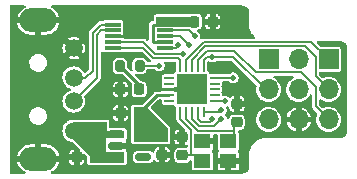
<source format=gbr>
%TF.GenerationSoftware,KiCad,Pcbnew,(6.0.5)*%
%TF.CreationDate,2022-06-17T17:21:07-07:00*%
%TF.ProjectId,picstick,70696373-7469-4636-9b2e-6b696361645f,1.0*%
%TF.SameCoordinates,Original*%
%TF.FileFunction,Copper,L1,Top*%
%TF.FilePolarity,Positive*%
%FSLAX46Y46*%
G04 Gerber Fmt 4.6, Leading zero omitted, Abs format (unit mm)*
G04 Created by KiCad (PCBNEW (6.0.5)) date 2022-06-17 17:21:07*
%MOMM*%
%LPD*%
G01*
G04 APERTURE LIST*
G04 Aperture macros list*
%AMRoundRect*
0 Rectangle with rounded corners*
0 $1 Rounding radius*
0 $2 $3 $4 $5 $6 $7 $8 $9 X,Y pos of 4 corners*
0 Add a 4 corners polygon primitive as box body*
4,1,4,$2,$3,$4,$5,$6,$7,$8,$9,$2,$3,0*
0 Add four circle primitives for the rounded corners*
1,1,$1+$1,$2,$3*
1,1,$1+$1,$4,$5*
1,1,$1+$1,$6,$7*
1,1,$1+$1,$8,$9*
0 Add four rect primitives between the rounded corners*
20,1,$1+$1,$2,$3,$4,$5,0*
20,1,$1+$1,$4,$5,$6,$7,0*
20,1,$1+$1,$6,$7,$8,$9,0*
20,1,$1+$1,$8,$9,$2,$3,0*%
G04 Aperture macros list end*
%TA.AperFunction,NonConductor*%
%ADD10C,0.000000*%
%TD*%
%TA.AperFunction,SMDPad,CuDef*%
%ADD11R,1.400000X1.200000*%
%TD*%
%TA.AperFunction,SMDPad,CuDef*%
%ADD12RoundRect,0.225000X0.225000X0.250000X-0.225000X0.250000X-0.225000X-0.250000X0.225000X-0.250000X0*%
%TD*%
%TA.AperFunction,SMDPad,CuDef*%
%ADD13RoundRect,0.225000X-0.225000X-0.250000X0.225000X-0.250000X0.225000X0.250000X-0.225000X0.250000X0*%
%TD*%
%TA.AperFunction,SMDPad,CuDef*%
%ADD14RoundRect,0.200000X0.200000X0.275000X-0.200000X0.275000X-0.200000X-0.275000X0.200000X-0.275000X0*%
%TD*%
%TA.AperFunction,SMDPad,CuDef*%
%ADD15RoundRect,0.062500X-0.062500X0.362500X-0.062500X-0.362500X0.062500X-0.362500X0.062500X0.362500X0*%
%TD*%
%TA.AperFunction,SMDPad,CuDef*%
%ADD16RoundRect,0.062500X-0.362500X0.062500X-0.362500X-0.062500X0.362500X-0.062500X0.362500X0.062500X0*%
%TD*%
%TA.AperFunction,SMDPad,CuDef*%
%ADD17R,2.600000X2.600000*%
%TD*%
%TA.AperFunction,SMDPad,CuDef*%
%ADD18RoundRect,0.150000X-0.512500X-0.150000X0.512500X-0.150000X0.512500X0.150000X-0.512500X0.150000X0*%
%TD*%
%TA.AperFunction,SMDPad,CuDef*%
%ADD19RoundRect,0.218750X-0.218750X-0.256250X0.218750X-0.256250X0.218750X0.256250X-0.218750X0.256250X0*%
%TD*%
%TA.AperFunction,ComponentPad*%
%ADD20C,1.500000*%
%TD*%
%TA.AperFunction,ComponentPad*%
%ADD21O,3.200000X2.000000*%
%TD*%
%TA.AperFunction,SMDPad,CuDef*%
%ADD22RoundRect,0.225000X0.250000X-0.225000X0.250000X0.225000X-0.250000X0.225000X-0.250000X-0.225000X0*%
%TD*%
%TA.AperFunction,SMDPad,CuDef*%
%ADD23RoundRect,0.225000X-0.250000X0.225000X-0.250000X-0.225000X0.250000X-0.225000X0.250000X0.225000X0*%
%TD*%
%TA.AperFunction,ComponentPad*%
%ADD24R,1.700000X1.700000*%
%TD*%
%TA.AperFunction,ComponentPad*%
%ADD25O,1.700000X1.700000*%
%TD*%
%TA.AperFunction,SMDPad,CuDef*%
%ADD26R,1.400000X0.300000*%
%TD*%
%TA.AperFunction,ViaPad*%
%ADD27C,0.800000*%
%TD*%
%TA.AperFunction,ViaPad*%
%ADD28C,0.508000*%
%TD*%
%TA.AperFunction,Conductor*%
%ADD29C,0.750000*%
%TD*%
%TA.AperFunction,Conductor*%
%ADD30C,0.250000*%
%TD*%
%TA.AperFunction,Conductor*%
%ADD31C,0.200000*%
%TD*%
G04 APERTURE END LIST*
D10*
G36*
X110975000Y-83325000D02*
G01*
X110975000Y-84425000D01*
X108075000Y-84425000D01*
X108075000Y-81525000D01*
X109175000Y-81525000D01*
X110975000Y-83325000D01*
G37*
G36*
X105800000Y-83500000D02*
G01*
X107275000Y-83500000D01*
X107275000Y-84100000D01*
X105775000Y-84100000D01*
X105775000Y-85325000D01*
X107275000Y-85325000D01*
X107275000Y-86225000D01*
X104350000Y-86225000D01*
X104350000Y-85600000D01*
X103000000Y-84250000D01*
X103000000Y-82750000D01*
X105800000Y-82750000D01*
X105800000Y-83500000D01*
G37*
G36*
X112850000Y-74650000D02*
G01*
X110000000Y-74650000D01*
X110000000Y-73850000D01*
X112850000Y-73850000D01*
X112850000Y-74650000D01*
G37*
D11*
%TO.P,Y1,1,1*%
%TO.N,Net-(C6-Pad1)*%
X116100000Y-84350000D03*
%TO.P,Y1,2,2*%
%TO.N,GND*%
X113900000Y-84350000D03*
%TO.P,Y1,3,3*%
%TO.N,Net-(C5-Pad1)*%
X113900000Y-86050000D03*
%TO.P,Y1,4,4*%
%TO.N,GND*%
X116100000Y-86050000D03*
%TD*%
D12*
%TO.P,C1,1*%
%TO.N,+5V*%
X104800000Y-85750000D03*
%TO.P,C1,2*%
%TO.N,GND*%
X103250000Y-85750000D03*
%TD*%
D13*
%TO.P,C3,1*%
%TO.N,+3V3*%
X113225000Y-74250000D03*
%TO.P,C3,2*%
%TO.N,GND*%
X114775000Y-74250000D03*
%TD*%
D14*
%TO.P,R1,1*%
%TO.N,Net-(R1-Pad1)*%
X108575000Y-78000000D03*
%TO.P,R1,2*%
%TO.N,Net-(D1-Pad2)*%
X106925000Y-78000000D03*
%TD*%
D12*
%TO.P,C4,1*%
%TO.N,+3V3*%
X108525000Y-82000000D03*
%TO.P,C4,2*%
%TO.N,GND*%
X106975000Y-82000000D03*
%TD*%
D15*
%TO.P,U2,1,PA4*%
%TO.N,/RTS*%
X114000000Y-78075000D03*
%TO.P,U2,2,PA3*%
%TO.N,DAT*%
X113500000Y-78075000D03*
%TO.P,U2,3,PA2*%
%TO.N,CLK*%
X113000000Y-78075000D03*
%TO.P,U2,4,PA1*%
%TO.N,~{MCLR}*%
X112500000Y-78075000D03*
%TO.P,U2,5,AREF/PA0*%
%TO.N,/CTS*%
X112000000Y-78075000D03*
D16*
%TO.P,U2,6,NC*%
%TO.N,unconnected-(U2-Pad6)*%
X111075000Y-79000000D03*
%TO.P,U2,7,NC*%
%TO.N,unconnected-(U2-Pad7)*%
X111075000Y-79500000D03*
%TO.P,U2,8,GND*%
%TO.N,GND*%
X111075000Y-80000000D03*
%TO.P,U2,9,VCC*%
%TO.N,+3V3*%
X111075000Y-80500000D03*
%TO.P,U2,10,NC*%
%TO.N,unconnected-(U2-Pad10)*%
X111075000Y-81000000D03*
D15*
%TO.P,U2,11,XTAL1/PB0*%
%TO.N,Net-(C5-Pad1)*%
X112000000Y-81925000D03*
%TO.P,U2,12,XTAL2/PB1*%
%TO.N,Net-(C6-Pad1)*%
X112500000Y-81925000D03*
%TO.P,U2,13,~{RESET}/PB3*%
%TO.N,/~{RESET}*%
X113000000Y-81925000D03*
%TO.P,U2,14,PB2*%
%TO.N,Net-(R1-Pad1)*%
X113500000Y-81925000D03*
%TO.P,U2,15,PA7*%
%TO.N,/TNOW*%
X114000000Y-81925000D03*
D16*
%TO.P,U2,16,PA6*%
%TO.N,U1TX_U2RX*%
X114925000Y-81000000D03*
%TO.P,U2,17,NC*%
%TO.N,unconnected-(U2-Pad17)*%
X114925000Y-80500000D03*
%TO.P,U2,18,NC*%
%TO.N,unconnected-(U2-Pad18)*%
X114925000Y-80000000D03*
%TO.P,U2,19,NC*%
%TO.N,unconnected-(U2-Pad19)*%
X114925000Y-79500000D03*
%TO.P,U2,20,PA5*%
%TO.N,U1RX_U2TX*%
X114925000Y-79000000D03*
D17*
%TO.P,U2,21,GND*%
%TO.N,GND*%
X113000000Y-80000000D03*
%TD*%
D18*
%TO.P,U3,1,VIN*%
%TO.N,+5V*%
X106612500Y-83800000D03*
%TO.P,U3,2,GND*%
%TO.N,GND*%
X106612500Y-84750000D03*
%TO.P,U3,3,EN*%
%TO.N,+5V*%
X106612500Y-85700000D03*
%TO.P,U3,4,NC*%
%TO.N,unconnected-(U3-Pad4)*%
X108887500Y-85700000D03*
%TO.P,U3,5,VOUT*%
%TO.N,+3V3*%
X108887500Y-83800000D03*
%TD*%
D19*
%TO.P,D1,1,K*%
%TO.N,GND*%
X106962500Y-80000000D03*
%TO.P,D1,2,A*%
%TO.N,Net-(D1-Pad2)*%
X108537500Y-80000000D03*
%TD*%
D20*
%TO.P,J1,1,VBUS*%
%TO.N,+5V*%
X103000000Y-83500000D03*
%TO.P,J1,2,D-*%
%TO.N,/D-*%
X103000000Y-81000000D03*
%TO.P,J1,3,D+*%
%TO.N,/D+*%
X103000000Y-79000000D03*
%TO.P,J1,4,GND*%
%TO.N,GND*%
X103000000Y-76500000D03*
D21*
%TO.P,J1,5,Shield*%
X100000000Y-85850000D03*
X100000000Y-74150000D03*
%TD*%
D22*
%TO.P,C6,1*%
%TO.N,Net-(C6-Pad1)*%
X116800000Y-82775000D03*
%TO.P,C6,2*%
%TO.N,GND*%
X116800000Y-81225000D03*
%TD*%
D23*
%TO.P,C2,1*%
%TO.N,+3V3*%
X110500000Y-83975000D03*
%TO.P,C2,2*%
%TO.N,GND*%
X110500000Y-85525000D03*
%TD*%
D22*
%TO.P,C5,1*%
%TO.N,Net-(C5-Pad1)*%
X112200000Y-85575000D03*
%TO.P,C5,2*%
%TO.N,GND*%
X112200000Y-84025000D03*
%TD*%
D24*
%TO.P,J2,1,MISO*%
%TO.N,U1RX_U2TX*%
X119500000Y-77460000D03*
D25*
%TO.P,J2,2,VCC*%
%TO.N,+3V3*%
X122040000Y-77460000D03*
%TO.P,J2,3,SCK*%
%TO.N,/RTS*%
X119500000Y-80000000D03*
%TO.P,J2,4,MOSI*%
%TO.N,U1TX_U2RX*%
X122040000Y-80000000D03*
%TO.P,J2,5,~{RST}*%
%TO.N,/~{RESET}*%
X119500000Y-82540000D03*
%TO.P,J2,6,GND*%
%TO.N,GND*%
X122040000Y-82540000D03*
%TD*%
D26*
%TO.P,U1,1,UD+*%
%TO.N,/D+*%
X106300000Y-74500000D03*
%TO.P,U1,2,UD-*%
%TO.N,/D-*%
X106300000Y-75000000D03*
%TO.P,U1,3,GND*%
%TO.N,GND*%
X106300000Y-75500000D03*
%TO.P,U1,4,~{RTS}*%
%TO.N,/RTS*%
X106300000Y-76000000D03*
%TO.P,U1,5,~{CTS}*%
%TO.N,/CTS*%
X106300000Y-76500000D03*
%TO.P,U1,6,TNOW*%
%TO.N,/TNOW*%
X110700000Y-76500000D03*
%TO.P,U1,7,VCC*%
%TO.N,+3V3*%
X110700000Y-76000000D03*
%TO.P,U1,8,TXD*%
%TO.N,U1TX_U2RX*%
X110700000Y-75500000D03*
%TO.P,U1,9,RXD*%
%TO.N,U1RX_U2TX*%
X110700000Y-75000000D03*
%TO.P,U1,10,V3*%
%TO.N,+3V3*%
X110700000Y-74500000D03*
%TD*%
D24*
%TO.P,J3,1,Pin_1*%
%TO.N,~{MCLR}*%
X124580000Y-77460000D03*
D25*
%TO.P,J3,2,Pin_2*%
%TO.N,CLK*%
X124580000Y-80000000D03*
%TO.P,J3,3,Pin_3*%
%TO.N,DAT*%
X124580000Y-82540000D03*
%TD*%
D27*
%TO.N,+3V3*%
X109425489Y-83000000D03*
X112250000Y-74250000D03*
D28*
%TO.N,/TNOW*%
X115500000Y-81750000D03*
X111861803Y-76276393D03*
%TO.N,/~{RESET}*%
X115500000Y-82500000D03*
%TO.N,U1RX_U2TX*%
X113250000Y-75500000D03*
X116500000Y-79000000D03*
%TO.N,U1TX_U2RX*%
X115800000Y-81000000D03*
X112750000Y-76250000D03*
%TO.N,Net-(R1-Pad1)*%
X110250000Y-78000000D03*
X114750000Y-82500000D03*
%TO.N,/RTS*%
X114750000Y-77250000D03*
X112250000Y-77000000D03*
%TD*%
D29*
%TO.N,+5V*%
X104800000Y-85300000D02*
X104800000Y-85750000D01*
D30*
%TO.N,+3V3*%
X111075000Y-80500000D02*
X110025000Y-80500000D01*
X110700000Y-76000000D02*
X109700978Y-76000000D01*
D29*
X108950000Y-83800000D02*
X109750000Y-83000000D01*
X108887500Y-82362500D02*
X108525000Y-82000000D01*
D30*
X109700978Y-76000000D02*
X109675489Y-75974511D01*
D29*
X110500000Y-83975000D02*
X110325000Y-83800000D01*
X108887500Y-83800000D02*
X108950000Y-83800000D01*
D30*
X110700000Y-74500000D02*
X112250000Y-74500000D01*
D29*
X108887500Y-83800000D02*
X108887500Y-82362500D01*
X110325000Y-83800000D02*
X108887500Y-83800000D01*
X113225000Y-74250000D02*
X112250000Y-74250000D01*
D30*
X109700978Y-74500000D02*
X110700000Y-74500000D01*
X109675489Y-74525489D02*
X109700978Y-74500000D01*
X109675489Y-75974511D02*
X109675489Y-74525489D01*
X110025000Y-80500000D02*
X108525000Y-82000000D01*
D31*
%TO.N,Net-(C5-Pad1)*%
X112925000Y-85575000D02*
X113425000Y-85575000D01*
X112000000Y-82500000D02*
X112002310Y-82500000D01*
X112948089Y-85551911D02*
X112925000Y-85575000D01*
X112200000Y-85575000D02*
X112925000Y-85575000D01*
X112002310Y-82500000D02*
X112948089Y-83445779D01*
X112948089Y-83445779D02*
X112948089Y-85551911D01*
X113425000Y-85575000D02*
X113900000Y-86050000D01*
X112000000Y-81925000D02*
X112000000Y-82500000D01*
%TO.N,/D-*%
X103000000Y-81000000D02*
X105000000Y-79000000D01*
X105350978Y-75000000D02*
X105000000Y-75350978D01*
X105000000Y-79000000D02*
X105000000Y-75350978D01*
X106300000Y-75000000D02*
X105350978Y-75000000D01*
%TO.N,/D+*%
X104600480Y-75185492D02*
X104600480Y-78399520D01*
X104000000Y-79000000D02*
X104600480Y-78399520D01*
X105285972Y-74500000D02*
X104600480Y-75185492D01*
X106300000Y-74500000D02*
X105285972Y-74500000D01*
X103000000Y-79000000D02*
X104000000Y-79000000D01*
%TO.N,Net-(C6-Pad1)*%
X116590798Y-83498089D02*
X116600000Y-83507291D01*
X116600000Y-83400000D02*
X116600000Y-83507291D01*
X116600000Y-83850000D02*
X116100000Y-84350000D01*
X112500000Y-82500000D02*
X113498089Y-83498089D01*
X116800000Y-82775000D02*
X116600000Y-82975000D01*
X112500000Y-81925000D02*
X112500000Y-82500000D01*
X116600000Y-82975000D02*
X116600000Y-83400000D01*
X113498089Y-83498089D02*
X116590798Y-83498089D01*
X116600000Y-83507291D02*
X116600000Y-83850000D01*
D30*
%TO.N,Net-(D1-Pad2)*%
X106925000Y-78000000D02*
X108537500Y-79612500D01*
X108537500Y-79612500D02*
X108537500Y-80000000D01*
D31*
%TO.N,~{MCLR}*%
X112500000Y-77500000D02*
X113993831Y-76006169D01*
X123126169Y-76006169D02*
X124580000Y-77460000D01*
X113993831Y-76006169D02*
X123126169Y-76006169D01*
X112500000Y-78075000D02*
X112500000Y-77500000D01*
%TO.N,CLK*%
X123478089Y-77228089D02*
X123478089Y-78898089D01*
X122608089Y-76358089D02*
X123478089Y-77228089D01*
X113000000Y-78075000D02*
X113000000Y-77500000D01*
X123478089Y-78898089D02*
X124580000Y-80000000D01*
X114141911Y-76358089D02*
X122608089Y-76358089D01*
X113000000Y-77500000D02*
X114141911Y-76358089D01*
%TO.N,/TNOW*%
X115325000Y-81925000D02*
X115500000Y-81750000D01*
X114000000Y-81925000D02*
X115325000Y-81925000D01*
X111861803Y-76276393D02*
X111638196Y-76500000D01*
X111638196Y-76500000D02*
X110700000Y-76500000D01*
%TO.N,DAT*%
X123478089Y-79790000D02*
X123478089Y-81438089D01*
X114255911Y-76744089D02*
X116580267Y-76744089D01*
X113500000Y-78075000D02*
X113500000Y-77500000D01*
X113500000Y-77500000D02*
X114255911Y-76744089D01*
X123478089Y-81438089D02*
X124580000Y-82540000D01*
X118398089Y-78561911D02*
X122250000Y-78561911D01*
X116580267Y-76744089D02*
X118398089Y-78561911D01*
X122250000Y-78561911D02*
X123478089Y-79790000D01*
%TO.N,/~{RESET}*%
X113000000Y-82497690D02*
X113604230Y-83101920D01*
X113604230Y-83101920D02*
X114898080Y-83101920D01*
X113000000Y-81925000D02*
X113000000Y-82497690D01*
X114898080Y-83101920D02*
X115500000Y-82500000D01*
%TO.N,U1RX_U2TX*%
X110700000Y-75000000D02*
X112750000Y-75000000D01*
X116500000Y-79000000D02*
X114925000Y-79000000D01*
X112750000Y-75000000D02*
X113250000Y-75500000D01*
%TO.N,/CTS*%
X109754230Y-77351920D02*
X108902310Y-76500000D01*
X111851920Y-77351920D02*
X109754230Y-77351920D01*
X112000000Y-78075000D02*
X112000000Y-77500000D01*
X108902310Y-76500000D02*
X106300000Y-76500000D01*
X112000000Y-77500000D02*
X111851920Y-77351920D01*
%TO.N,U1TX_U2RX*%
X112750000Y-76250000D02*
X112000000Y-75500000D01*
X115800000Y-81000000D02*
X114925000Y-81000000D01*
X112000000Y-75500000D02*
X110700000Y-75500000D01*
%TO.N,Net-(R1-Pad1)*%
X114500000Y-82750000D02*
X114750000Y-82500000D01*
X113500000Y-82500000D02*
X113750000Y-82750000D01*
X113750000Y-82750000D02*
X114500000Y-82750000D01*
X110250000Y-78000000D02*
X108575000Y-78000000D01*
X113500000Y-81925000D02*
X113500000Y-82500000D01*
%TO.N,/RTS*%
X116500000Y-77250000D02*
X119250000Y-80000000D01*
X114000000Y-78075000D02*
X114000000Y-77500000D01*
X114000000Y-77500000D02*
X114250000Y-77250000D01*
X119250000Y-80000000D02*
X119500000Y-80000000D01*
X108900000Y-76000000D02*
X106300000Y-76000000D01*
X109900000Y-77000000D02*
X108900000Y-76000000D01*
X114750000Y-77250000D02*
X116500000Y-77250000D01*
X114250000Y-77250000D02*
X114750000Y-77250000D01*
X112250000Y-77000000D02*
X109900000Y-77000000D01*
%TD*%
%TA.AperFunction,Conductor*%
%TO.N,GND*%
G36*
X98892514Y-72900407D02*
G01*
X98928478Y-72949907D01*
X98928478Y-73011093D01*
X98892514Y-73060593D01*
X98878110Y-73069290D01*
X98774388Y-73120440D01*
X98766678Y-73125165D01*
X98597240Y-73251690D01*
X98590522Y-73257739D01*
X98446975Y-73413027D01*
X98441477Y-73420192D01*
X98328633Y-73599040D01*
X98324530Y-73607093D01*
X98246168Y-73803509D01*
X98243603Y-73812167D01*
X98229191Y-73884621D01*
X98230759Y-73897868D01*
X98230789Y-73897900D01*
X98238836Y-73900000D01*
X101759036Y-73900000D01*
X101771721Y-73895878D01*
X101772160Y-73895274D01*
X101772676Y-73888127D01*
X101764845Y-73842556D01*
X101762507Y-73833832D01*
X101689316Y-73635436D01*
X101685420Y-73627268D01*
X101577304Y-73445543D01*
X101571983Y-73438218D01*
X101432559Y-73279237D01*
X101425997Y-73273010D01*
X101259934Y-73142096D01*
X101252351Y-73137171D01*
X101121095Y-73068114D01*
X101078401Y-73024287D01*
X101069621Y-72963734D01*
X101098110Y-72909586D01*
X101152985Y-72882525D01*
X101167191Y-72881500D01*
X117212188Y-72881500D01*
X117227675Y-72882719D01*
X117250000Y-72886255D01*
X117257698Y-72885036D01*
X117265485Y-72885036D01*
X117265485Y-72885323D01*
X117280864Y-72884978D01*
X117376551Y-72895759D01*
X117398158Y-72900691D01*
X117507830Y-72939067D01*
X117527797Y-72948683D01*
X117626181Y-73010501D01*
X117643514Y-73024323D01*
X117725677Y-73106486D01*
X117739499Y-73123819D01*
X117801316Y-73222200D01*
X117810933Y-73242170D01*
X117821724Y-73273010D01*
X117849308Y-73351839D01*
X117854241Y-73373449D01*
X117859508Y-73420192D01*
X117865022Y-73469136D01*
X117864677Y-73484515D01*
X117864964Y-73484515D01*
X117864964Y-73492302D01*
X117863745Y-73500000D01*
X117864964Y-73507696D01*
X117867281Y-73522325D01*
X117868500Y-73537812D01*
X117868500Y-74462188D01*
X117867281Y-74477675D01*
X117863745Y-74500000D01*
X117864705Y-74506061D01*
X117864964Y-74509352D01*
X117864964Y-74509549D01*
X117865010Y-74509938D01*
X117880044Y-74700960D01*
X117881289Y-74716783D01*
X117932053Y-74928227D01*
X117937827Y-74942167D01*
X118011332Y-75119624D01*
X118015268Y-75129127D01*
X118017300Y-75132442D01*
X118017302Y-75132447D01*
X118047701Y-75182053D01*
X118128887Y-75314536D01*
X118131415Y-75317495D01*
X118131415Y-75317496D01*
X118152136Y-75341757D01*
X118270111Y-75479889D01*
X118273078Y-75482423D01*
X118330410Y-75531389D01*
X118362380Y-75583558D01*
X118357579Y-75644554D01*
X118317843Y-75691080D01*
X118266115Y-75705669D01*
X114047339Y-75705669D01*
X114043214Y-75705366D01*
X114038489Y-75703744D01*
X113993093Y-75705448D01*
X113989070Y-75705599D01*
X113985357Y-75705669D01*
X113965883Y-75705669D01*
X113961453Y-75706494D01*
X113956260Y-75706830D01*
X113940229Y-75707432D01*
X113935756Y-75707600D01*
X113926623Y-75707943D01*
X113918229Y-75711549D01*
X113918226Y-75711550D01*
X113916048Y-75712486D01*
X113895097Y-75718852D01*
X113883778Y-75720960D01*
X113863838Y-75733251D01*
X113861103Y-75734937D01*
X113848236Y-75741620D01*
X113823768Y-75752133D01*
X113822647Y-75749525D01*
X113775055Y-75760799D01*
X113718597Y-75737214D01*
X113686785Y-75684949D01*
X113688508Y-75639784D01*
X113687437Y-75639604D01*
X113708403Y-75514989D01*
X113708403Y-75514985D01*
X113709037Y-75511219D01*
X113709174Y-75500000D01*
X113690718Y-75371125D01*
X113683544Y-75355345D01*
X113639753Y-75259034D01*
X113639752Y-75259033D01*
X113636832Y-75252610D01*
X113573935Y-75179614D01*
X113556455Y-75159327D01*
X113556454Y-75159326D01*
X113551850Y-75153983D01*
X113471842Y-75102125D01*
X113433297Y-75054609D01*
X113430041Y-74993511D01*
X113463320Y-74942167D01*
X113510203Y-74921269D01*
X113575431Y-74910938D01*
X113575432Y-74910938D01*
X113583126Y-74909719D01*
X113627768Y-74886973D01*
X113696281Y-74852064D01*
X113696283Y-74852063D01*
X113703220Y-74848528D01*
X113798528Y-74753220D01*
X113813765Y-74723317D01*
X113856183Y-74640066D01*
X113856183Y-74640065D01*
X113859719Y-74633126D01*
X113860963Y-74625275D01*
X113874891Y-74537334D01*
X113874891Y-74537332D01*
X113875500Y-74533488D01*
X113875500Y-74529556D01*
X114125001Y-74529556D01*
X114125610Y-74537298D01*
X114139544Y-74625275D01*
X114144298Y-74639908D01*
X114198346Y-74745984D01*
X114207388Y-74758429D01*
X114291571Y-74842612D01*
X114304016Y-74851654D01*
X114410091Y-74905702D01*
X114424726Y-74910457D01*
X114511689Y-74924230D01*
X114522005Y-74920878D01*
X114525000Y-74916757D01*
X114525000Y-74909319D01*
X115025000Y-74909319D01*
X115029122Y-74922004D01*
X115032883Y-74924737D01*
X115037298Y-74924390D01*
X115125275Y-74910456D01*
X115139908Y-74905702D01*
X115245984Y-74851654D01*
X115258429Y-74842612D01*
X115342612Y-74758429D01*
X115351654Y-74745984D01*
X115405702Y-74639909D01*
X115410457Y-74625274D01*
X115424391Y-74537297D01*
X115425000Y-74529558D01*
X115425000Y-74515680D01*
X115420878Y-74502995D01*
X115416757Y-74500000D01*
X115040680Y-74500000D01*
X115027995Y-74504122D01*
X115025000Y-74508243D01*
X115025000Y-74909319D01*
X114525000Y-74909319D01*
X114525000Y-74515680D01*
X114520878Y-74502995D01*
X114516757Y-74500000D01*
X114140681Y-74500000D01*
X114127996Y-74504122D01*
X114125001Y-74508243D01*
X114125001Y-74529556D01*
X113875500Y-74529556D01*
X113875500Y-73984320D01*
X114125000Y-73984320D01*
X114129122Y-73997005D01*
X114133243Y-74000000D01*
X114509320Y-74000000D01*
X114522005Y-73995878D01*
X114525000Y-73991757D01*
X114525000Y-73984320D01*
X115025000Y-73984320D01*
X115029122Y-73997005D01*
X115033243Y-74000000D01*
X115409319Y-74000000D01*
X115422004Y-73995878D01*
X115424999Y-73991757D01*
X115424999Y-73970444D01*
X115424390Y-73962702D01*
X115410456Y-73874725D01*
X115405702Y-73860092D01*
X115351654Y-73754016D01*
X115342612Y-73741571D01*
X115258429Y-73657388D01*
X115245984Y-73648346D01*
X115139909Y-73594298D01*
X115125274Y-73589543D01*
X115038311Y-73575770D01*
X115027995Y-73579122D01*
X115025000Y-73583243D01*
X115025000Y-73984320D01*
X114525000Y-73984320D01*
X114525000Y-73590681D01*
X114520878Y-73577996D01*
X114517117Y-73575263D01*
X114512702Y-73575610D01*
X114424725Y-73589544D01*
X114410092Y-73594298D01*
X114304016Y-73648346D01*
X114291571Y-73657388D01*
X114207388Y-73741571D01*
X114198346Y-73754016D01*
X114144298Y-73860091D01*
X114139543Y-73874726D01*
X114125609Y-73962703D01*
X114125000Y-73970442D01*
X114125000Y-73984320D01*
X113875500Y-73984320D01*
X113875500Y-73966512D01*
X113860963Y-73874726D01*
X113860938Y-73874569D01*
X113860938Y-73874568D01*
X113859719Y-73866874D01*
X113848119Y-73844108D01*
X113802064Y-73753719D01*
X113802063Y-73753717D01*
X113798528Y-73746780D01*
X113703220Y-73651472D01*
X113696283Y-73647937D01*
X113696281Y-73647936D01*
X113590066Y-73593817D01*
X113590065Y-73593817D01*
X113583126Y-73590281D01*
X113575432Y-73589062D01*
X113575431Y-73589062D01*
X113487334Y-73575109D01*
X113487332Y-73575109D01*
X113483488Y-73574500D01*
X112966512Y-73574500D01*
X112962668Y-73575109D01*
X112962666Y-73575109D01*
X112874569Y-73589062D01*
X112874568Y-73589062D01*
X112866874Y-73590281D01*
X112778253Y-73635436D01*
X112771827Y-73638710D01*
X112726882Y-73649500D01*
X112295849Y-73649500D01*
X112282927Y-73648653D01*
X112250000Y-73644318D01*
X112217073Y-73648653D01*
X112204151Y-73649500D01*
X110005892Y-73649500D01*
X109954437Y-73649455D01*
X109944388Y-73654280D01*
X109944389Y-73654280D01*
X109943489Y-73654712D01*
X109922655Y-73661987D01*
X109910815Y-73664688D01*
X109902097Y-73671635D01*
X109901525Y-73672091D01*
X109882686Y-73683909D01*
X109871976Y-73689052D01*
X109864389Y-73698539D01*
X109848778Y-73714123D01*
X109839276Y-73721695D01*
X109834432Y-73731738D01*
X109834118Y-73732390D01*
X109822264Y-73751214D01*
X109814844Y-73760492D01*
X109812123Y-73772326D01*
X109804810Y-73793151D01*
X109799535Y-73804087D01*
X109799515Y-73827155D01*
X109797770Y-73827153D01*
X109797776Y-73827219D01*
X109799500Y-73827219D01*
X109799500Y-73844108D01*
X109799462Y-73888127D01*
X109799455Y-73895563D01*
X109799497Y-73895651D01*
X109799500Y-73895675D01*
X109799500Y-74073837D01*
X109780593Y-74132028D01*
X109731093Y-74167992D01*
X109691872Y-74172460D01*
X109672171Y-74170736D01*
X109663804Y-74172978D01*
X109634629Y-74180796D01*
X109626194Y-74182666D01*
X109596461Y-74187908D01*
X109596459Y-74187909D01*
X109587933Y-74189412D01*
X109580434Y-74193742D01*
X109574949Y-74195738D01*
X109569662Y-74198204D01*
X109561294Y-74200446D01*
X109542569Y-74213558D01*
X109529467Y-74222732D01*
X109522186Y-74227371D01*
X109488523Y-74246806D01*
X109475327Y-74262532D01*
X109463875Y-74276180D01*
X109451673Y-74288382D01*
X109428932Y-74307464D01*
X109428929Y-74307467D01*
X109422295Y-74313034D01*
X109409550Y-74335110D01*
X109402862Y-74346694D01*
X109398221Y-74353978D01*
X109375935Y-74385805D01*
X109373693Y-74394173D01*
X109371227Y-74399460D01*
X109369231Y-74404945D01*
X109364901Y-74412444D01*
X109363398Y-74420970D01*
X109363397Y-74420972D01*
X109358155Y-74450705D01*
X109356285Y-74459139D01*
X109346225Y-74496682D01*
X109347351Y-74509549D01*
X109349612Y-74535394D01*
X109349989Y-74544023D01*
X109349989Y-75786010D01*
X109331082Y-75844201D01*
X109281582Y-75880165D01*
X109220396Y-75880165D01*
X109180985Y-75856014D01*
X109150320Y-75825349D01*
X109147620Y-75822220D01*
X109145425Y-75817731D01*
X109109178Y-75784107D01*
X109106502Y-75781531D01*
X109092723Y-75767752D01*
X109089013Y-75765207D01*
X109085100Y-75761771D01*
X109070055Y-75747815D01*
X109063354Y-75741599D01*
X109052664Y-75737334D01*
X109033348Y-75727020D01*
X109031393Y-75725679D01*
X109031390Y-75725678D01*
X109023854Y-75720508D01*
X108997941Y-75714359D01*
X108984116Y-75709986D01*
X108965868Y-75702706D01*
X108965866Y-75702706D01*
X108959378Y-75700117D01*
X108953085Y-75699500D01*
X108946916Y-75699500D01*
X108924057Y-75696825D01*
X108923827Y-75696770D01*
X108923825Y-75696770D01*
X108914934Y-75694660D01*
X108886013Y-75698596D01*
X108872663Y-75699500D01*
X107282917Y-75699500D01*
X107224726Y-75680593D01*
X107214509Y-75666531D01*
X107191757Y-75650000D01*
X107024825Y-75650000D01*
X107021420Y-75649833D01*
X107019748Y-75649500D01*
X106249000Y-75649500D01*
X106190809Y-75630593D01*
X106154845Y-75581093D01*
X106150000Y-75550500D01*
X106150000Y-75449500D01*
X106168907Y-75391309D01*
X106218407Y-75355345D01*
X106249000Y-75350500D01*
X107019748Y-75350500D01*
X107021420Y-75350167D01*
X107024825Y-75350000D01*
X107184320Y-75350000D01*
X107197005Y-75345878D01*
X107200000Y-75341757D01*
X107200000Y-75335160D01*
X107199052Y-75325538D01*
X107188396Y-75271964D01*
X107191849Y-75271277D01*
X107188501Y-75228779D01*
X107188867Y-75228231D01*
X107200500Y-75169748D01*
X107200500Y-74830252D01*
X107188867Y-74771769D01*
X107192164Y-74771113D01*
X107188797Y-74728336D01*
X107188867Y-74728231D01*
X107200500Y-74669748D01*
X107200500Y-74330252D01*
X107188867Y-74271769D01*
X107144552Y-74205448D01*
X107078231Y-74161133D01*
X107068668Y-74159231D01*
X107068666Y-74159230D01*
X107045995Y-74154721D01*
X107019748Y-74149500D01*
X105580252Y-74149500D01*
X105554005Y-74154721D01*
X105531334Y-74159230D01*
X105531332Y-74159231D01*
X105521769Y-74161133D01*
X105495471Y-74178705D01*
X105489320Y-74182815D01*
X105434318Y-74199500D01*
X105339480Y-74199500D01*
X105335355Y-74199197D01*
X105330630Y-74197575D01*
X105281211Y-74199430D01*
X105277498Y-74199500D01*
X105258024Y-74199500D01*
X105253594Y-74200325D01*
X105248401Y-74200661D01*
X105232370Y-74201263D01*
X105227897Y-74201431D01*
X105218764Y-74201774D01*
X105210370Y-74205380D01*
X105210367Y-74205381D01*
X105208189Y-74206317D01*
X105187238Y-74212683D01*
X105175919Y-74214791D01*
X105168136Y-74219588D01*
X105168137Y-74219588D01*
X105153244Y-74228768D01*
X105140376Y-74235452D01*
X105122330Y-74243205D01*
X105122329Y-74243206D01*
X105115909Y-74245964D01*
X105111023Y-74249978D01*
X105106659Y-74254342D01*
X105088604Y-74268613D01*
X105080624Y-74273532D01*
X105062954Y-74296769D01*
X105054162Y-74306839D01*
X104425829Y-74935172D01*
X104422700Y-74937872D01*
X104418211Y-74940067D01*
X104384557Y-74976347D01*
X104382015Y-74978986D01*
X104368232Y-74992769D01*
X104365687Y-74996479D01*
X104362251Y-75000392D01*
X104342079Y-75022138D01*
X104338692Y-75030626D01*
X104338692Y-75030627D01*
X104337814Y-75032828D01*
X104327500Y-75052144D01*
X104326159Y-75054099D01*
X104326158Y-75054102D01*
X104320988Y-75061638D01*
X104318878Y-75070530D01*
X104314839Y-75087550D01*
X104310466Y-75101376D01*
X104303196Y-75119599D01*
X104300597Y-75126114D01*
X104299980Y-75132407D01*
X104299980Y-75138576D01*
X104297305Y-75161435D01*
X104295140Y-75170558D01*
X104299076Y-75199479D01*
X104299980Y-75212829D01*
X104299980Y-78234041D01*
X104281073Y-78292232D01*
X104270984Y-78304045D01*
X103997062Y-78577967D01*
X103942545Y-78605744D01*
X103882113Y-78596173D01*
X103839646Y-78554441D01*
X103797794Y-78475729D01*
X103795522Y-78471456D01*
X103677710Y-78327005D01*
X103673981Y-78323920D01*
X103537812Y-78211270D01*
X103537810Y-78211269D01*
X103534085Y-78208187D01*
X103391326Y-78130997D01*
X103374370Y-78121829D01*
X103374369Y-78121829D01*
X103370116Y-78119529D01*
X103192049Y-78064409D01*
X103187239Y-78063903D01*
X103187237Y-78063903D01*
X103011484Y-78045430D01*
X103011482Y-78045430D01*
X103006668Y-78044924D01*
X102944673Y-78050566D01*
X102825852Y-78061379D01*
X102825848Y-78061380D01*
X102821032Y-78061818D01*
X102816390Y-78063184D01*
X102816386Y-78063185D01*
X102646861Y-78113080D01*
X102646858Y-78113081D01*
X102642214Y-78114448D01*
X102477023Y-78200807D01*
X102473247Y-78203843D01*
X102473244Y-78203845D01*
X102363313Y-78292232D01*
X102331752Y-78317608D01*
X102328644Y-78321312D01*
X102215044Y-78456695D01*
X102215041Y-78456699D01*
X102211935Y-78460401D01*
X102122135Y-78623746D01*
X102120672Y-78628359D01*
X102120670Y-78628363D01*
X102104601Y-78679020D01*
X102065772Y-78801424D01*
X102065232Y-78806236D01*
X102065232Y-78806237D01*
X102046090Y-78976898D01*
X102044994Y-78986665D01*
X102050186Y-79048496D01*
X102058934Y-79152664D01*
X102060592Y-79172414D01*
X102061925Y-79177062D01*
X102061925Y-79177063D01*
X102109307Y-79342303D01*
X102111971Y-79351595D01*
X102114186Y-79355905D01*
X102139853Y-79405848D01*
X102197176Y-79517385D01*
X102312959Y-79663468D01*
X102316646Y-79666606D01*
X102316648Y-79666608D01*
X102451224Y-79781141D01*
X102451229Y-79781144D01*
X102454912Y-79784279D01*
X102459134Y-79786639D01*
X102459139Y-79786642D01*
X102557346Y-79841527D01*
X102617627Y-79875217D01*
X102657834Y-79888281D01*
X102711480Y-79905712D01*
X102760980Y-79941677D01*
X102779887Y-79999867D01*
X102760980Y-80058058D01*
X102708839Y-80094839D01*
X102697694Y-80098119D01*
X102646861Y-80113080D01*
X102646858Y-80113081D01*
X102642214Y-80114448D01*
X102477023Y-80200807D01*
X102473247Y-80203843D01*
X102473244Y-80203845D01*
X102371869Y-80285353D01*
X102331752Y-80317608D01*
X102328644Y-80321312D01*
X102215044Y-80456695D01*
X102215041Y-80456699D01*
X102211935Y-80460401D01*
X102122135Y-80623746D01*
X102120672Y-80628359D01*
X102120670Y-80628363D01*
X102082085Y-80750000D01*
X102065772Y-80801424D01*
X102065232Y-80806236D01*
X102065232Y-80806237D01*
X102046765Y-80970878D01*
X102044994Y-80986665D01*
X102060592Y-81172414D01*
X102061925Y-81177062D01*
X102061925Y-81177063D01*
X102110549Y-81346635D01*
X102111971Y-81351595D01*
X102114186Y-81355905D01*
X102128566Y-81383885D01*
X102197176Y-81517385D01*
X102312959Y-81663468D01*
X102316646Y-81666606D01*
X102316648Y-81666608D01*
X102451224Y-81781141D01*
X102451229Y-81781144D01*
X102454912Y-81784279D01*
X102459134Y-81786639D01*
X102459139Y-81786642D01*
X102489191Y-81803437D01*
X102617627Y-81875217D01*
X102622225Y-81876711D01*
X102790302Y-81931323D01*
X102790304Y-81931324D01*
X102794907Y-81932819D01*
X102979998Y-81954890D01*
X102984820Y-81954519D01*
X102984823Y-81954519D01*
X103161023Y-81940961D01*
X103161028Y-81940960D01*
X103165851Y-81940589D01*
X103345387Y-81890462D01*
X103349700Y-81888283D01*
X103349706Y-81888281D01*
X103507447Y-81808600D01*
X103507449Y-81808598D01*
X103511768Y-81806417D01*
X103604048Y-81734320D01*
X106325000Y-81734320D01*
X106329122Y-81747005D01*
X106333243Y-81750000D01*
X106709320Y-81750000D01*
X106722005Y-81745878D01*
X106725000Y-81741757D01*
X106725000Y-81734320D01*
X107225000Y-81734320D01*
X107229122Y-81747005D01*
X107233243Y-81750000D01*
X107609319Y-81750000D01*
X107622004Y-81745878D01*
X107624999Y-81741757D01*
X107624999Y-81720444D01*
X107624390Y-81712702D01*
X107610456Y-81624725D01*
X107605702Y-81610092D01*
X107551654Y-81504016D01*
X107542612Y-81491571D01*
X107458429Y-81407388D01*
X107445984Y-81398346D01*
X107339909Y-81344298D01*
X107325274Y-81339543D01*
X107238311Y-81325770D01*
X107227995Y-81329122D01*
X107225000Y-81333243D01*
X107225000Y-81734320D01*
X106725000Y-81734320D01*
X106725000Y-81340681D01*
X106720878Y-81327996D01*
X106717117Y-81325263D01*
X106712702Y-81325610D01*
X106624725Y-81339544D01*
X106610092Y-81344298D01*
X106504016Y-81398346D01*
X106491571Y-81407388D01*
X106407388Y-81491571D01*
X106398346Y-81504016D01*
X106344298Y-81610091D01*
X106339543Y-81624726D01*
X106325609Y-81712703D01*
X106325000Y-81720442D01*
X106325000Y-81734320D01*
X103604048Y-81734320D01*
X103658655Y-81691656D01*
X103780454Y-81550550D01*
X103845816Y-81435492D01*
X103870137Y-81392680D01*
X103870138Y-81392677D01*
X103872526Y-81388474D01*
X103875999Y-81378036D01*
X103929837Y-81216192D01*
X103929837Y-81216190D01*
X103931364Y-81211601D01*
X103937237Y-81165117D01*
X103953100Y-81039546D01*
X103954727Y-81026668D01*
X103955099Y-81000000D01*
X103936909Y-80814487D01*
X103917439Y-80750000D01*
X103884433Y-80640676D01*
X103884432Y-80640673D01*
X103883033Y-80636040D01*
X103880759Y-80631763D01*
X103880366Y-80630810D01*
X103875672Y-80569805D01*
X103901892Y-80523079D01*
X104139659Y-80285312D01*
X106325001Y-80285312D01*
X106325610Y-80293054D01*
X106339312Y-80379570D01*
X106344067Y-80394203D01*
X106397215Y-80498514D01*
X106406257Y-80510959D01*
X106489041Y-80593743D01*
X106501486Y-80602785D01*
X106605796Y-80655933D01*
X106620431Y-80660688D01*
X106701399Y-80673512D01*
X106709505Y-80670878D01*
X106712500Y-80666757D01*
X106712500Y-80659319D01*
X107212500Y-80659319D01*
X107216622Y-80672004D01*
X107219573Y-80674149D01*
X107304570Y-80660688D01*
X107319203Y-80655933D01*
X107423514Y-80602785D01*
X107435959Y-80593743D01*
X107518743Y-80510959D01*
X107527785Y-80498514D01*
X107580933Y-80394204D01*
X107585688Y-80379569D01*
X107599391Y-80293053D01*
X107600000Y-80285314D01*
X107600000Y-80265680D01*
X107595878Y-80252995D01*
X107591757Y-80250000D01*
X107228180Y-80250000D01*
X107215495Y-80254122D01*
X107212500Y-80258243D01*
X107212500Y-80659319D01*
X106712500Y-80659319D01*
X106712500Y-80265680D01*
X106708378Y-80252995D01*
X106704257Y-80250000D01*
X106340681Y-80250000D01*
X106327996Y-80254122D01*
X106325001Y-80258243D01*
X106325001Y-80285312D01*
X104139659Y-80285312D01*
X104690651Y-79734320D01*
X106325000Y-79734320D01*
X106329122Y-79747005D01*
X106333243Y-79750000D01*
X106696820Y-79750000D01*
X106709505Y-79745878D01*
X106712500Y-79741757D01*
X106712500Y-79734320D01*
X107212500Y-79734320D01*
X107216622Y-79747005D01*
X107220743Y-79750000D01*
X107584319Y-79750000D01*
X107597004Y-79745878D01*
X107599999Y-79741757D01*
X107599999Y-79714688D01*
X107599390Y-79706946D01*
X107585688Y-79620430D01*
X107580933Y-79605797D01*
X107527785Y-79501486D01*
X107518743Y-79489041D01*
X107435959Y-79406257D01*
X107423514Y-79397215D01*
X107319204Y-79344067D01*
X107304569Y-79339312D01*
X107223601Y-79326488D01*
X107215495Y-79329122D01*
X107212500Y-79333243D01*
X107212500Y-79734320D01*
X106712500Y-79734320D01*
X106712500Y-79340681D01*
X106708378Y-79327996D01*
X106705427Y-79325851D01*
X106620430Y-79339312D01*
X106605797Y-79344067D01*
X106501486Y-79397215D01*
X106489041Y-79406257D01*
X106406257Y-79489041D01*
X106397215Y-79501486D01*
X106344067Y-79605796D01*
X106339312Y-79620431D01*
X106325609Y-79706947D01*
X106325000Y-79714686D01*
X106325000Y-79734320D01*
X104690651Y-79734320D01*
X105174651Y-79250320D01*
X105177780Y-79247620D01*
X105182269Y-79245425D01*
X105215893Y-79209178D01*
X105218469Y-79206502D01*
X105232248Y-79192723D01*
X105234793Y-79189013D01*
X105238229Y-79185100D01*
X105252185Y-79170055D01*
X105258401Y-79163354D01*
X105262666Y-79152664D01*
X105272980Y-79133348D01*
X105274321Y-79131393D01*
X105274322Y-79131390D01*
X105279492Y-79123854D01*
X105285641Y-79097941D01*
X105290014Y-79084116D01*
X105297294Y-79065868D01*
X105297294Y-79065866D01*
X105299883Y-79059378D01*
X105300500Y-79053085D01*
X105300500Y-79046916D01*
X105303175Y-79024057D01*
X105303230Y-79023827D01*
X105303230Y-79023825D01*
X105305340Y-79014934D01*
X105301404Y-78986012D01*
X105300500Y-78972663D01*
X105300500Y-76875921D01*
X105319407Y-76817730D01*
X105368907Y-76781766D01*
X105430093Y-76781766D01*
X105454144Y-76796504D01*
X105455448Y-76794552D01*
X105521769Y-76838867D01*
X105531332Y-76840769D01*
X105531334Y-76840770D01*
X105554005Y-76845279D01*
X105580252Y-76850500D01*
X107019748Y-76850500D01*
X107045995Y-76845279D01*
X107068666Y-76840770D01*
X107068668Y-76840769D01*
X107078231Y-76838867D01*
X107110679Y-76817185D01*
X107165682Y-76800500D01*
X108736831Y-76800500D01*
X108795022Y-76819407D01*
X108806835Y-76829496D01*
X109503910Y-77526571D01*
X109506610Y-77529699D01*
X109508805Y-77534189D01*
X109515509Y-77540408D01*
X109516300Y-77541473D01*
X109535816Y-77599463D01*
X109517519Y-77657848D01*
X109468399Y-77694329D01*
X109436821Y-77699500D01*
X109261007Y-77699500D01*
X109202816Y-77680593D01*
X109166852Y-77631093D01*
X109163226Y-77615987D01*
X109162900Y-77613927D01*
X109160646Y-77599696D01*
X109103050Y-77486658D01*
X109013342Y-77396950D01*
X109006405Y-77393415D01*
X109006403Y-77393414D01*
X108907244Y-77342890D01*
X108907243Y-77342890D01*
X108900304Y-77339354D01*
X108892610Y-77338135D01*
X108892609Y-77338135D01*
X108810365Y-77325109D01*
X108810363Y-77325109D01*
X108806519Y-77324500D01*
X108575030Y-77324500D01*
X108343482Y-77324501D01*
X108339639Y-77325110D01*
X108339634Y-77325110D01*
X108302783Y-77330947D01*
X108249696Y-77339354D01*
X108223778Y-77352560D01*
X108143597Y-77393414D01*
X108143595Y-77393415D01*
X108136658Y-77396950D01*
X108046950Y-77486658D01*
X108043415Y-77493595D01*
X108043414Y-77493597D01*
X108004946Y-77569095D01*
X107989354Y-77599696D01*
X107988136Y-77607389D01*
X107988135Y-77607391D01*
X107982955Y-77640095D01*
X107974500Y-77693481D01*
X107974501Y-78306518D01*
X107975110Y-78310361D01*
X107975110Y-78310366D01*
X107977996Y-78328588D01*
X107978935Y-78334512D01*
X107980030Y-78341428D01*
X107970458Y-78401860D01*
X107927194Y-78445124D01*
X107866761Y-78454695D01*
X107812245Y-78426918D01*
X107554496Y-78169169D01*
X107526719Y-78114652D01*
X107525500Y-78099165D01*
X107525499Y-77697376D01*
X107525499Y-77693482D01*
X107519763Y-77657260D01*
X107514055Y-77621223D01*
X107510646Y-77599696D01*
X107453050Y-77486658D01*
X107363342Y-77396950D01*
X107356405Y-77393415D01*
X107356403Y-77393414D01*
X107257244Y-77342890D01*
X107257243Y-77342890D01*
X107250304Y-77339354D01*
X107242610Y-77338135D01*
X107242609Y-77338135D01*
X107160365Y-77325109D01*
X107160363Y-77325109D01*
X107156519Y-77324500D01*
X106925030Y-77324500D01*
X106693482Y-77324501D01*
X106689639Y-77325110D01*
X106689634Y-77325110D01*
X106652783Y-77330947D01*
X106599696Y-77339354D01*
X106573778Y-77352560D01*
X106493597Y-77393414D01*
X106493595Y-77393415D01*
X106486658Y-77396950D01*
X106396950Y-77486658D01*
X106393415Y-77493595D01*
X106393414Y-77493597D01*
X106354946Y-77569095D01*
X106339354Y-77599696D01*
X106338136Y-77607389D01*
X106338135Y-77607391D01*
X106332955Y-77640095D01*
X106324500Y-77693481D01*
X106324501Y-78306518D01*
X106325110Y-78310361D01*
X106325110Y-78310366D01*
X106329313Y-78336904D01*
X106339354Y-78400304D01*
X106352486Y-78426077D01*
X106392445Y-78504500D01*
X106396950Y-78513342D01*
X106486658Y-78603050D01*
X106493595Y-78606585D01*
X106493597Y-78606586D01*
X106579432Y-78650321D01*
X106599696Y-78660646D01*
X106607390Y-78661865D01*
X106607391Y-78661865D01*
X106689635Y-78674891D01*
X106689637Y-78674891D01*
X106693481Y-78675500D01*
X106732210Y-78675500D01*
X107099165Y-78675499D01*
X107157356Y-78694406D01*
X107169169Y-78704495D01*
X107918940Y-79454266D01*
X107946717Y-79508783D01*
X107937145Y-79569214D01*
X107915049Y-79612580D01*
X107913830Y-79620275D01*
X107913830Y-79620276D01*
X107913806Y-79620431D01*
X107899500Y-79710754D01*
X107899500Y-80289246D01*
X107900109Y-80293090D01*
X107900109Y-80293092D01*
X107913806Y-80379570D01*
X107915049Y-80387420D01*
X107918585Y-80394359D01*
X107918585Y-80394360D01*
X107971655Y-80498514D01*
X107975342Y-80505751D01*
X108069249Y-80599658D01*
X108076186Y-80603193D01*
X108076188Y-80603194D01*
X108175867Y-80653983D01*
X108187580Y-80659951D01*
X108195273Y-80661170D01*
X108195275Y-80661170D01*
X108281908Y-80674891D01*
X108281910Y-80674891D01*
X108285754Y-80675500D01*
X108789246Y-80675500D01*
X108793090Y-80674891D01*
X108793092Y-80674891D01*
X108879725Y-80661170D01*
X108879727Y-80661170D01*
X108887420Y-80659951D01*
X108899133Y-80653983D01*
X108998812Y-80603194D01*
X108998814Y-80603193D01*
X109005751Y-80599658D01*
X109099658Y-80505751D01*
X109103346Y-80498514D01*
X109156415Y-80394360D01*
X109156415Y-80394359D01*
X109159951Y-80387420D01*
X109161195Y-80379570D01*
X109174891Y-80293092D01*
X109174891Y-80293090D01*
X109175500Y-80289246D01*
X109175500Y-79710754D01*
X109171843Y-79687662D01*
X109161170Y-79620275D01*
X109161170Y-79620273D01*
X109159951Y-79612580D01*
X109154754Y-79602380D01*
X109103194Y-79501188D01*
X109103193Y-79501186D01*
X109099658Y-79494249D01*
X109005751Y-79400342D01*
X108998814Y-79396807D01*
X108998812Y-79396806D01*
X108894360Y-79343585D01*
X108894359Y-79343585D01*
X108887420Y-79340049D01*
X108879727Y-79338830D01*
X108879725Y-79338830D01*
X108793092Y-79325109D01*
X108793090Y-79325109D01*
X108789246Y-79324500D01*
X108750835Y-79324500D01*
X108692644Y-79305593D01*
X108680831Y-79295504D01*
X108223083Y-78837756D01*
X108195306Y-78783239D01*
X108204877Y-78722807D01*
X108248142Y-78679542D01*
X108308574Y-78669971D01*
X108343481Y-78675500D01*
X108574970Y-78675500D01*
X108806518Y-78675499D01*
X108810361Y-78674890D01*
X108810366Y-78674890D01*
X108847217Y-78669053D01*
X108900304Y-78660646D01*
X108972724Y-78623746D01*
X109006403Y-78606586D01*
X109006405Y-78606585D01*
X109013342Y-78603050D01*
X109103050Y-78513342D01*
X109107556Y-78504500D01*
X109157110Y-78407244D01*
X109157110Y-78407243D01*
X109160646Y-78400304D01*
X109163226Y-78384014D01*
X109191002Y-78329497D01*
X109245519Y-78301719D01*
X109261007Y-78300500D01*
X109862695Y-78300500D01*
X109920886Y-78319407D01*
X109938478Y-78335798D01*
X109939407Y-78336904D01*
X109939410Y-78336906D01*
X109943946Y-78342303D01*
X109949817Y-78346211D01*
X109949818Y-78346212D01*
X109976430Y-78363927D01*
X110052320Y-78414444D01*
X110059047Y-78416546D01*
X110059050Y-78416547D01*
X110169855Y-78451164D01*
X110169856Y-78451164D01*
X110176587Y-78453267D01*
X110243494Y-78454493D01*
X110299702Y-78455524D01*
X110299704Y-78455524D01*
X110306755Y-78455653D01*
X110313558Y-78453798D01*
X110313560Y-78453798D01*
X110381154Y-78435369D01*
X110432360Y-78421409D01*
X110543306Y-78353288D01*
X110561882Y-78332766D01*
X110625940Y-78261995D01*
X110625940Y-78261994D01*
X110630672Y-78256767D01*
X110687437Y-78139604D01*
X110690815Y-78119529D01*
X110708403Y-78014989D01*
X110708403Y-78014985D01*
X110709037Y-78011219D01*
X110709174Y-78000000D01*
X110701920Y-77949343D01*
X110691718Y-77878108D01*
X110690718Y-77871125D01*
X110686598Y-77862062D01*
X110654922Y-77792396D01*
X110648049Y-77731598D01*
X110678224Y-77678371D01*
X110733923Y-77653047D01*
X110745044Y-77652420D01*
X111575500Y-77652420D01*
X111633691Y-77671327D01*
X111669655Y-77720827D01*
X111674500Y-77751420D01*
X111674501Y-78425751D01*
X111655594Y-78483942D01*
X111621461Y-78510851D01*
X111621964Y-78511604D01*
X111563918Y-78550389D01*
X111550389Y-78563918D01*
X111511604Y-78621964D01*
X111510512Y-78621235D01*
X111477481Y-78659911D01*
X111425752Y-78674500D01*
X110775411Y-78674501D01*
X110686600Y-78674501D01*
X110674367Y-78676934D01*
X110619444Y-78687858D01*
X110619443Y-78687859D01*
X110609883Y-78689760D01*
X110522888Y-78747888D01*
X110517469Y-78755998D01*
X110512480Y-78763465D01*
X110464760Y-78834883D01*
X110449500Y-78911599D01*
X110449501Y-79088400D01*
X110450449Y-79093166D01*
X110460248Y-79142430D01*
X110464760Y-79165117D01*
X110484728Y-79195001D01*
X110501336Y-79253886D01*
X110484728Y-79304999D01*
X110464760Y-79334883D01*
X110449500Y-79411599D01*
X110449501Y-79588400D01*
X110464760Y-79665117D01*
X110470176Y-79673222D01*
X110470176Y-79673223D01*
X110485026Y-79695447D01*
X110501635Y-79754335D01*
X110485026Y-79805451D01*
X110470649Y-79826968D01*
X110463328Y-79844642D01*
X110460348Y-79859621D01*
X110461916Y-79872868D01*
X110461946Y-79872900D01*
X110469993Y-79875000D01*
X111444320Y-79875000D01*
X111457005Y-79870878D01*
X111471689Y-79850668D01*
X111521189Y-79814704D01*
X111529781Y-79812463D01*
X111530557Y-79812141D01*
X111540117Y-79810240D01*
X111562971Y-79794970D01*
X111605302Y-79766685D01*
X111660304Y-79750000D01*
X113151000Y-79750000D01*
X113209191Y-79768907D01*
X113245155Y-79818407D01*
X113250000Y-79849000D01*
X113250000Y-80151000D01*
X113231093Y-80209191D01*
X113181593Y-80245155D01*
X113151000Y-80250000D01*
X111660304Y-80250000D01*
X111605302Y-80233315D01*
X111548225Y-80195177D01*
X111548223Y-80195176D01*
X111540117Y-80189760D01*
X111528424Y-80187434D01*
X111525278Y-80185672D01*
X111521545Y-80184126D01*
X111521728Y-80183684D01*
X111475040Y-80157538D01*
X111459094Y-80130331D01*
X111451757Y-80125000D01*
X110472969Y-80125000D01*
X110460284Y-80129122D01*
X110456964Y-80133691D01*
X110407464Y-80169655D01*
X110376871Y-80174500D01*
X110043523Y-80174500D01*
X110034894Y-80174123D01*
X110034884Y-80174122D01*
X109996193Y-80170737D01*
X109987830Y-80172978D01*
X109987827Y-80172978D01*
X109958656Y-80180794D01*
X109950229Y-80182663D01*
X109911955Y-80189412D01*
X109904454Y-80193743D01*
X109898960Y-80195742D01*
X109893678Y-80198205D01*
X109885316Y-80200446D01*
X109878223Y-80205413D01*
X109878222Y-80205413D01*
X109853478Y-80222739D01*
X109846219Y-80227364D01*
X109812545Y-80246806D01*
X109806975Y-80253444D01*
X109787574Y-80276565D01*
X109781740Y-80282933D01*
X109263250Y-80801424D01*
X108769170Y-81295504D01*
X108714653Y-81323281D01*
X108699166Y-81324500D01*
X108080892Y-81324500D01*
X108029437Y-81324455D01*
X108019388Y-81329280D01*
X108019389Y-81329280D01*
X108018489Y-81329712D01*
X107997655Y-81336987D01*
X107985815Y-81339688D01*
X107977097Y-81346635D01*
X107976525Y-81347091D01*
X107957686Y-81358909D01*
X107946976Y-81364052D01*
X107939389Y-81373539D01*
X107923778Y-81389123D01*
X107914276Y-81396695D01*
X107909432Y-81406738D01*
X107909118Y-81407390D01*
X107897264Y-81426214D01*
X107889844Y-81435492D01*
X107887123Y-81447326D01*
X107879810Y-81468151D01*
X107874535Y-81479087D01*
X107874515Y-81502155D01*
X107872770Y-81502153D01*
X107872776Y-81502219D01*
X107874500Y-81502219D01*
X107874500Y-81519108D01*
X107874457Y-81568805D01*
X107874455Y-81570563D01*
X107874497Y-81570651D01*
X107874500Y-81570675D01*
X107874500Y-84419108D01*
X107874455Y-84470563D01*
X107879280Y-84480611D01*
X107879712Y-84481511D01*
X107886987Y-84502345D01*
X107889688Y-84514185D01*
X107896635Y-84522903D01*
X107897091Y-84523475D01*
X107908909Y-84542314D01*
X107914052Y-84553024D01*
X107923539Y-84560611D01*
X107939123Y-84576222D01*
X107946695Y-84585724D01*
X107957392Y-84590883D01*
X107976214Y-84602736D01*
X107985492Y-84610156D01*
X107997327Y-84612877D01*
X108018151Y-84620190D01*
X108019048Y-84620623D01*
X108019049Y-84620623D01*
X108029087Y-84625465D01*
X108040232Y-84625475D01*
X108040233Y-84625475D01*
X108052155Y-84625485D01*
X108052153Y-84627230D01*
X108052219Y-84627224D01*
X108052219Y-84625500D01*
X108069108Y-84625500D01*
X108120274Y-84625545D01*
X108120563Y-84625545D01*
X108120651Y-84625503D01*
X108120675Y-84625500D01*
X110969108Y-84625500D01*
X111020563Y-84625545D01*
X111031512Y-84620288D01*
X111052345Y-84613013D01*
X111064185Y-84610312D01*
X111073475Y-84602909D01*
X111092314Y-84591091D01*
X111103024Y-84585948D01*
X111110611Y-84576461D01*
X111126222Y-84560877D01*
X111135724Y-84553305D01*
X111140883Y-84542608D01*
X111152736Y-84523786D01*
X111160156Y-84514508D01*
X111162877Y-84502673D01*
X111170190Y-84481849D01*
X111170623Y-84480952D01*
X111170623Y-84480951D01*
X111175465Y-84470913D01*
X111175485Y-84447845D01*
X111177230Y-84447847D01*
X111177224Y-84447781D01*
X111175500Y-84447781D01*
X111175500Y-84430892D01*
X111175545Y-84379726D01*
X111175545Y-84379437D01*
X111175503Y-84379349D01*
X111175500Y-84379325D01*
X111175500Y-84282883D01*
X111525263Y-84282883D01*
X111525610Y-84287298D01*
X111539544Y-84375275D01*
X111544298Y-84389908D01*
X111598346Y-84495984D01*
X111607388Y-84508429D01*
X111691571Y-84592612D01*
X111704016Y-84601654D01*
X111810091Y-84655702D01*
X111824726Y-84660457D01*
X111912703Y-84674391D01*
X111920442Y-84675000D01*
X111934320Y-84675000D01*
X111947005Y-84670878D01*
X111950000Y-84666757D01*
X111950000Y-84290680D01*
X111945878Y-84277995D01*
X111941757Y-84275000D01*
X111540681Y-84275000D01*
X111527996Y-84279122D01*
X111525263Y-84282883D01*
X111175500Y-84282883D01*
X111175500Y-83761689D01*
X111525770Y-83761689D01*
X111529122Y-83772005D01*
X111533243Y-83775000D01*
X111934320Y-83775000D01*
X111947005Y-83770878D01*
X111950000Y-83766757D01*
X111950000Y-83390681D01*
X111945878Y-83377996D01*
X111941757Y-83375001D01*
X111920444Y-83375001D01*
X111912702Y-83375610D01*
X111824725Y-83389544D01*
X111810092Y-83394298D01*
X111704016Y-83448346D01*
X111691571Y-83457388D01*
X111607388Y-83541571D01*
X111598346Y-83554016D01*
X111544298Y-83660091D01*
X111539543Y-83674726D01*
X111525770Y-83761689D01*
X111175500Y-83761689D01*
X111175500Y-83365648D01*
X111175937Y-83357952D01*
X111179334Y-83348280D01*
X111176107Y-83319284D01*
X111175500Y-83308334D01*
X111175500Y-83302397D01*
X111174265Y-83296983D01*
X111174263Y-83296967D01*
X111172393Y-83285917D01*
X111170449Y-83268442D01*
X111170448Y-83268440D01*
X111169216Y-83257366D01*
X111163673Y-83248512D01*
X111163296Y-83247201D01*
X111162636Y-83246005D01*
X111160312Y-83235815D01*
X111142411Y-83213351D01*
X111135924Y-83204189D01*
X111135854Y-83204077D01*
X111135849Y-83204071D01*
X111132883Y-83199333D01*
X111128738Y-83195188D01*
X111121318Y-83186880D01*
X111110255Y-83172997D01*
X111110253Y-83172996D01*
X111103305Y-83164276D01*
X111093946Y-83159762D01*
X111087960Y-83154410D01*
X109529442Y-81595892D01*
X109501665Y-81541375D01*
X109511236Y-81480943D01*
X109529442Y-81455884D01*
X109812105Y-81173222D01*
X110130831Y-80854496D01*
X110185348Y-80826719D01*
X110200835Y-80825500D01*
X110350500Y-80825500D01*
X110408691Y-80844407D01*
X110444655Y-80893907D01*
X110449500Y-80924499D01*
X110449501Y-81011219D01*
X110449501Y-81088400D01*
X110464760Y-81165117D01*
X110522888Y-81252112D01*
X110609883Y-81310240D01*
X110686599Y-81325500D01*
X110775377Y-81325500D01*
X111425751Y-81325499D01*
X111483942Y-81344406D01*
X111510851Y-81378539D01*
X111511604Y-81378036D01*
X111550389Y-81436082D01*
X111563918Y-81449611D01*
X111621964Y-81488396D01*
X111621235Y-81489488D01*
X111659911Y-81522519D01*
X111674500Y-81574248D01*
X111674501Y-81942122D01*
X111674501Y-82313400D01*
X111675449Y-82318166D01*
X111686808Y-82375274D01*
X111689760Y-82390117D01*
X111692799Y-82394665D01*
X111699500Y-82428353D01*
X111699500Y-82444273D01*
X111699027Y-82453935D01*
X111698296Y-82461391D01*
X111695754Y-82470168D01*
X111696542Y-82479269D01*
X111696542Y-82479271D01*
X111699131Y-82509160D01*
X111699500Y-82517702D01*
X111699500Y-82527948D01*
X111700966Y-82535817D01*
X111702269Y-82545394D01*
X111703350Y-82557878D01*
X111704027Y-82565697D01*
X111702744Y-82565808D01*
X111703215Y-82567507D01*
X111704177Y-82567424D01*
X111704596Y-82572261D01*
X111705413Y-82581696D01*
X111709425Y-82589905D01*
X111711000Y-82595583D01*
X111713118Y-82601072D01*
X111714791Y-82610053D01*
X111719585Y-82617830D01*
X111719586Y-82617833D01*
X111733910Y-82641070D01*
X111738579Y-82649546D01*
X111744780Y-82662233D01*
X111746792Y-82666615D01*
X111748270Y-82670054D01*
X111747754Y-82670276D01*
X111748544Y-82671340D01*
X111749100Y-82671068D01*
X111754575Y-82682269D01*
X111761277Y-82688486D01*
X111764784Y-82693209D01*
X111768735Y-82697566D01*
X111773532Y-82705348D01*
X111780808Y-82710881D01*
X111802528Y-82727397D01*
X111809933Y-82733621D01*
X111822759Y-82745519D01*
X111825434Y-82748095D01*
X112421004Y-83343665D01*
X112448781Y-83398182D01*
X112450000Y-83413669D01*
X112450000Y-84659319D01*
X112454122Y-84672004D01*
X112458243Y-84674999D01*
X112479556Y-84674999D01*
X112487296Y-84674390D01*
X112533102Y-84667135D01*
X112593535Y-84676707D01*
X112636799Y-84719971D01*
X112647589Y-84764916D01*
X112647589Y-84834577D01*
X112628682Y-84892768D01*
X112579182Y-84928732D01*
X112533102Y-84932358D01*
X112487334Y-84925109D01*
X112487332Y-84925109D01*
X112483488Y-84924500D01*
X111916512Y-84924500D01*
X111912668Y-84925109D01*
X111912666Y-84925109D01*
X111824569Y-84939062D01*
X111824568Y-84939062D01*
X111816874Y-84940281D01*
X111809935Y-84943817D01*
X111809934Y-84943817D01*
X111703719Y-84997936D01*
X111703717Y-84997937D01*
X111696780Y-85001472D01*
X111601472Y-85096780D01*
X111597937Y-85103717D01*
X111597936Y-85103719D01*
X111543966Y-85209642D01*
X111540281Y-85216874D01*
X111539062Y-85224568D01*
X111539062Y-85224569D01*
X111529869Y-85282615D01*
X111524500Y-85316512D01*
X111524500Y-85833488D01*
X111540281Y-85933126D01*
X111543817Y-85940065D01*
X111543817Y-85940066D01*
X111597935Y-86046278D01*
X111601472Y-86053220D01*
X111696780Y-86148528D01*
X111703717Y-86152063D01*
X111703719Y-86152064D01*
X111809934Y-86206183D01*
X111816874Y-86209719D01*
X111824568Y-86210938D01*
X111824569Y-86210938D01*
X111912666Y-86224891D01*
X111912668Y-86224891D01*
X111916512Y-86225500D01*
X112483488Y-86225500D01*
X112487332Y-86224891D01*
X112487334Y-86224891D01*
X112575431Y-86210938D01*
X112575432Y-86210938D01*
X112583126Y-86209719D01*
X112590066Y-86206183D01*
X112696281Y-86152064D01*
X112696283Y-86152063D01*
X112703220Y-86148528D01*
X112798528Y-86053220D01*
X112802064Y-86046281D01*
X112802066Y-86046278D01*
X112812291Y-86026210D01*
X112855556Y-85982946D01*
X112915988Y-85973375D01*
X112970504Y-86001153D01*
X112998281Y-86055670D01*
X112999500Y-86071156D01*
X112999500Y-86669748D01*
X113000448Y-86674512D01*
X113008856Y-86716783D01*
X113011133Y-86728231D01*
X113055448Y-86794552D01*
X113121769Y-86838867D01*
X113131332Y-86840769D01*
X113131334Y-86840770D01*
X113154005Y-86845279D01*
X113180252Y-86850500D01*
X114619748Y-86850500D01*
X114645995Y-86845279D01*
X114668666Y-86840770D01*
X114668668Y-86840769D01*
X114678231Y-86838867D01*
X114744552Y-86794552D01*
X114788867Y-86728231D01*
X114791145Y-86716783D01*
X114799552Y-86674512D01*
X114800500Y-86669748D01*
X114800500Y-86664840D01*
X115200000Y-86664840D01*
X115200948Y-86674462D01*
X115209702Y-86718474D01*
X115217021Y-86736142D01*
X115250389Y-86786082D01*
X115263918Y-86799611D01*
X115313858Y-86832979D01*
X115331526Y-86840298D01*
X115375538Y-86849052D01*
X115385160Y-86850000D01*
X115834320Y-86850000D01*
X115847005Y-86845878D01*
X115850000Y-86841757D01*
X115850000Y-86834320D01*
X116350000Y-86834320D01*
X116354122Y-86847005D01*
X116358243Y-86850000D01*
X116814840Y-86850000D01*
X116824462Y-86849052D01*
X116868474Y-86840298D01*
X116886142Y-86832979D01*
X116936082Y-86799611D01*
X116949611Y-86786082D01*
X116982979Y-86736142D01*
X116990298Y-86718474D01*
X116999052Y-86674462D01*
X117000000Y-86664840D01*
X117000000Y-86315680D01*
X116995878Y-86302995D01*
X116991757Y-86300000D01*
X116365680Y-86300000D01*
X116352995Y-86304122D01*
X116350000Y-86308243D01*
X116350000Y-86834320D01*
X115850000Y-86834320D01*
X115850000Y-86315680D01*
X115845878Y-86302995D01*
X115841757Y-86300000D01*
X115215680Y-86300000D01*
X115202995Y-86304122D01*
X115200000Y-86308243D01*
X115200000Y-86664840D01*
X114800500Y-86664840D01*
X114800500Y-85430252D01*
X114788867Y-85371769D01*
X114744552Y-85305448D01*
X114709482Y-85282014D01*
X114671603Y-85233966D01*
X114669201Y-85172827D01*
X114703194Y-85121954D01*
X114709482Y-85117385D01*
X114736081Y-85099612D01*
X114749611Y-85086082D01*
X114782979Y-85036142D01*
X114790298Y-85018474D01*
X114799052Y-84974462D01*
X114800000Y-84964840D01*
X114800000Y-84615680D01*
X114795878Y-84602995D01*
X114791757Y-84600000D01*
X113749000Y-84600000D01*
X113690809Y-84581093D01*
X113654845Y-84531593D01*
X113650000Y-84501000D01*
X113650000Y-84199000D01*
X113668907Y-84140809D01*
X113718407Y-84104845D01*
X113749000Y-84100000D01*
X114784320Y-84100000D01*
X114797005Y-84095878D01*
X114800000Y-84091757D01*
X114800000Y-83897589D01*
X114818907Y-83839398D01*
X114868407Y-83803434D01*
X114899000Y-83798589D01*
X115100500Y-83798589D01*
X115158691Y-83817496D01*
X115194655Y-83866996D01*
X115199500Y-83897589D01*
X115199500Y-84969748D01*
X115201757Y-84981093D01*
X115206906Y-85006978D01*
X115211133Y-85028231D01*
X115255448Y-85094552D01*
X115290518Y-85117986D01*
X115328397Y-85166034D01*
X115330799Y-85227173D01*
X115296806Y-85278046D01*
X115290518Y-85282615D01*
X115263919Y-85300388D01*
X115250389Y-85313918D01*
X115217021Y-85363858D01*
X115209702Y-85381526D01*
X115200948Y-85425538D01*
X115200000Y-85435160D01*
X115200000Y-85784320D01*
X115204122Y-85797005D01*
X115208243Y-85800000D01*
X116984320Y-85800000D01*
X116997005Y-85795878D01*
X117000000Y-85791757D01*
X117000000Y-85435160D01*
X116999052Y-85425538D01*
X116990298Y-85381526D01*
X116982979Y-85363858D01*
X116949611Y-85313918D01*
X116936081Y-85300388D01*
X116909482Y-85282615D01*
X116871603Y-85234565D01*
X116869201Y-85173427D01*
X116903194Y-85122553D01*
X116909470Y-85117993D01*
X116944552Y-85094552D01*
X116988867Y-85028231D01*
X116993095Y-85006978D01*
X116998243Y-84981093D01*
X117000500Y-84969748D01*
X117000500Y-83730252D01*
X116988867Y-83671769D01*
X116944552Y-83605448D01*
X116936442Y-83600029D01*
X116930917Y-83594504D01*
X116903140Y-83539987D01*
X116912711Y-83479555D01*
X116955976Y-83436290D01*
X117000921Y-83425500D01*
X117083488Y-83425500D01*
X117087332Y-83424891D01*
X117087334Y-83424891D01*
X117175431Y-83410938D01*
X117175432Y-83410938D01*
X117183126Y-83409719D01*
X117205769Y-83398182D01*
X117296281Y-83352064D01*
X117296283Y-83352063D01*
X117303220Y-83348528D01*
X117398528Y-83253220D01*
X117407397Y-83235815D01*
X117456183Y-83140066D01*
X117456183Y-83140065D01*
X117459719Y-83133126D01*
X117463777Y-83107508D01*
X117474891Y-83037334D01*
X117474891Y-83037332D01*
X117475500Y-83033488D01*
X117475500Y-82525262D01*
X118444520Y-82525262D01*
X118450176Y-82592612D01*
X118459617Y-82705040D01*
X118461759Y-82730553D01*
X118463092Y-82735201D01*
X118463092Y-82735202D01*
X118517018Y-82923263D01*
X118518544Y-82928586D01*
X118612712Y-83111818D01*
X118740677Y-83273270D01*
X118744357Y-83276402D01*
X118744359Y-83276404D01*
X118823391Y-83343665D01*
X118897564Y-83406791D01*
X118901787Y-83409151D01*
X118901791Y-83409154D01*
X119010625Y-83469979D01*
X119077398Y-83507297D01*
X119081996Y-83508791D01*
X119268724Y-83569463D01*
X119268726Y-83569464D01*
X119273329Y-83570959D01*
X119477894Y-83595351D01*
X119482716Y-83594980D01*
X119482719Y-83594980D01*
X119550541Y-83589761D01*
X119683300Y-83579546D01*
X119881725Y-83524145D01*
X119886038Y-83521966D01*
X119886044Y-83521964D01*
X120061289Y-83433441D01*
X120061291Y-83433440D01*
X120065610Y-83431258D01*
X120072980Y-83425500D01*
X120224135Y-83307406D01*
X120224139Y-83307402D01*
X120227951Y-83304424D01*
X120231433Y-83300391D01*
X120318662Y-83199333D01*
X120362564Y-83148472D01*
X120365369Y-83143534D01*
X120461934Y-82973550D01*
X120461935Y-82973547D01*
X120464323Y-82969344D01*
X120465920Y-82964546D01*
X120519252Y-82804222D01*
X121023402Y-82804222D01*
X121057674Y-82923743D01*
X121061225Y-82932711D01*
X121150919Y-83107236D01*
X121156142Y-83115341D01*
X121278037Y-83269134D01*
X121284720Y-83276055D01*
X121434164Y-83403241D01*
X121442078Y-83408742D01*
X121613373Y-83504475D01*
X121622201Y-83508332D01*
X121775088Y-83558008D01*
X121786479Y-83558008D01*
X121790000Y-83547173D01*
X121790000Y-83544725D01*
X122290000Y-83544725D01*
X122293747Y-83556258D01*
X122304079Y-83556474D01*
X122416882Y-83524978D01*
X122425862Y-83521496D01*
X122601020Y-83433017D01*
X122609155Y-83427854D01*
X122763787Y-83307042D01*
X122770771Y-83300391D01*
X122898990Y-83151848D01*
X122904546Y-83143973D01*
X123001471Y-82973353D01*
X123005392Y-82964546D01*
X123058507Y-82804879D01*
X123058586Y-82793612D01*
X123047599Y-82790000D01*
X122305680Y-82790000D01*
X122292995Y-82794122D01*
X122290000Y-82798243D01*
X122290000Y-83544725D01*
X121790000Y-83544725D01*
X121790000Y-82805680D01*
X121785878Y-82792995D01*
X121781757Y-82790000D01*
X121035004Y-82790000D01*
X121023586Y-82793710D01*
X121023402Y-82804222D01*
X120519252Y-82804222D01*
X120527824Y-82778454D01*
X120527824Y-82778452D01*
X120529351Y-82773863D01*
X120532772Y-82746787D01*
X120551873Y-82595583D01*
X120555171Y-82569474D01*
X120555583Y-82540000D01*
X120554611Y-82530082D01*
X120535952Y-82339780D01*
X120535951Y-82339776D01*
X120535480Y-82334970D01*
X120520999Y-82287005D01*
X120517390Y-82275053D01*
X121022434Y-82275053D01*
X121022515Y-82286570D01*
X121033197Y-82290000D01*
X121774320Y-82290000D01*
X121787005Y-82285878D01*
X121790000Y-82281757D01*
X121790000Y-82274320D01*
X122290000Y-82274320D01*
X122294122Y-82287005D01*
X122298243Y-82290000D01*
X123045701Y-82290000D01*
X123056889Y-82286365D01*
X123057002Y-82275497D01*
X123016870Y-82142572D01*
X123013199Y-82133668D01*
X122921072Y-81960401D01*
X122915740Y-81952376D01*
X122791716Y-81800307D01*
X122784922Y-81793466D01*
X122633721Y-81668381D01*
X122625738Y-81662997D01*
X122453114Y-81569660D01*
X122444243Y-81565931D01*
X122304977Y-81522821D01*
X122293340Y-81522984D01*
X122290000Y-81533512D01*
X122290000Y-82274320D01*
X121790000Y-82274320D01*
X121790000Y-81534679D01*
X121786327Y-81523375D01*
X121775638Y-81523226D01*
X121649407Y-81560378D01*
X121640466Y-81563991D01*
X121466573Y-81654899D01*
X121458497Y-81660184D01*
X121305571Y-81783140D01*
X121298687Y-81789881D01*
X121172551Y-81940205D01*
X121167104Y-81948159D01*
X121072573Y-82120111D01*
X121068773Y-82128976D01*
X121022434Y-82275053D01*
X120517390Y-82275053D01*
X120477333Y-82142380D01*
X120475935Y-82137749D01*
X120379218Y-81955849D01*
X120249011Y-81796200D01*
X120240945Y-81789527D01*
X120094002Y-81667965D01*
X120094000Y-81667964D01*
X120090275Y-81664882D01*
X119940104Y-81583685D01*
X119913309Y-81569197D01*
X119913308Y-81569197D01*
X119909055Y-81566897D01*
X119826607Y-81541375D01*
X119716875Y-81507407D01*
X119716871Y-81507406D01*
X119712254Y-81505977D01*
X119707446Y-81505472D01*
X119707443Y-81505471D01*
X119512185Y-81484949D01*
X119512183Y-81484949D01*
X119507369Y-81484443D01*
X119464866Y-81488311D01*
X119307022Y-81502675D01*
X119307017Y-81502676D01*
X119302203Y-81503114D01*
X119104572Y-81561280D01*
X119100288Y-81563519D01*
X119100287Y-81563520D01*
X119049812Y-81589908D01*
X118922002Y-81656726D01*
X118918231Y-81659758D01*
X118765220Y-81782781D01*
X118765217Y-81782783D01*
X118761447Y-81785815D01*
X118758333Y-81789526D01*
X118758332Y-81789527D01*
X118637615Y-81933392D01*
X118629024Y-81943630D01*
X118626689Y-81947878D01*
X118626688Y-81947879D01*
X118619955Y-81960126D01*
X118529776Y-82124162D01*
X118528313Y-82128775D01*
X118528311Y-82128779D01*
X118478477Y-82285878D01*
X118467484Y-82320532D01*
X118466944Y-82325344D01*
X118466944Y-82325345D01*
X118445065Y-82520405D01*
X118444520Y-82525262D01*
X117475500Y-82525262D01*
X117475500Y-82516512D01*
X117472249Y-82495984D01*
X117460938Y-82424569D01*
X117460938Y-82424568D01*
X117459719Y-82416874D01*
X117449212Y-82396252D01*
X117402064Y-82303719D01*
X117402063Y-82303717D01*
X117398528Y-82296780D01*
X117303220Y-82201472D01*
X117296283Y-82197937D01*
X117296281Y-82197936D01*
X117190066Y-82143817D01*
X117190065Y-82143817D01*
X117183126Y-82140281D01*
X117175432Y-82139062D01*
X117175431Y-82139062D01*
X117087334Y-82125109D01*
X117087332Y-82125109D01*
X117083488Y-82124500D01*
X116516512Y-82124500D01*
X116512668Y-82125109D01*
X116512666Y-82125109D01*
X116424569Y-82139062D01*
X116424568Y-82139062D01*
X116416874Y-82140281D01*
X116409935Y-82143817D01*
X116409934Y-82143817D01*
X116303719Y-82197936D01*
X116303717Y-82197937D01*
X116296780Y-82201472D01*
X116201472Y-82296780D01*
X116197937Y-82303717D01*
X116197936Y-82303719D01*
X116143817Y-82409933D01*
X116143817Y-82409934D01*
X116140281Y-82416874D01*
X116139062Y-82424569D01*
X116138433Y-82426506D01*
X116102470Y-82476007D01*
X116044280Y-82494915D01*
X115986089Y-82476009D01*
X115950124Y-82426510D01*
X115946278Y-82409950D01*
X115941718Y-82378107D01*
X115941718Y-82378106D01*
X115940718Y-82371125D01*
X115926467Y-82339780D01*
X115889753Y-82259034D01*
X115889752Y-82259033D01*
X115886832Y-82252610D01*
X115863473Y-82225500D01*
X115832378Y-82189412D01*
X115808717Y-82132986D01*
X115822741Y-82073430D01*
X115833979Y-82058353D01*
X115875940Y-82011995D01*
X115875940Y-82011994D01*
X115880672Y-82006767D01*
X115937437Y-81889604D01*
X115939235Y-81878922D01*
X115958403Y-81764989D01*
X115958403Y-81764985D01*
X115959037Y-81761219D01*
X115959174Y-81750000D01*
X115956929Y-81734320D01*
X115941718Y-81628108D01*
X115940718Y-81621125D01*
X115936666Y-81612212D01*
X115922902Y-81581941D01*
X115912666Y-81559428D01*
X115905793Y-81498632D01*
X115935968Y-81445405D01*
X115969463Y-81426952D01*
X115969080Y-81426066D01*
X115975552Y-81423265D01*
X115982360Y-81421409D01*
X115988375Y-81417716D01*
X115989359Y-81417290D01*
X116050273Y-81411531D01*
X116102939Y-81442676D01*
X116126460Y-81492661D01*
X116139544Y-81575275D01*
X116144298Y-81589908D01*
X116198346Y-81695984D01*
X116207388Y-81708429D01*
X116291571Y-81792612D01*
X116304016Y-81801654D01*
X116410091Y-81855702D01*
X116424726Y-81860457D01*
X116512703Y-81874391D01*
X116520442Y-81875000D01*
X116534320Y-81875000D01*
X116547005Y-81870878D01*
X116550000Y-81866757D01*
X116550000Y-81859319D01*
X117050000Y-81859319D01*
X117054122Y-81872004D01*
X117058243Y-81874999D01*
X117079556Y-81874999D01*
X117087298Y-81874390D01*
X117175275Y-81860456D01*
X117189908Y-81855702D01*
X117295984Y-81801654D01*
X117308429Y-81792612D01*
X117392612Y-81708429D01*
X117401654Y-81695984D01*
X117455702Y-81589909D01*
X117460457Y-81575274D01*
X117474230Y-81488311D01*
X117470878Y-81477995D01*
X117466757Y-81475000D01*
X117065680Y-81475000D01*
X117052995Y-81479122D01*
X117050000Y-81483243D01*
X117050000Y-81859319D01*
X116550000Y-81859319D01*
X116550000Y-80959320D01*
X117050000Y-80959320D01*
X117054122Y-80972005D01*
X117058243Y-80975000D01*
X117459319Y-80975000D01*
X117472004Y-80970878D01*
X117474737Y-80967117D01*
X117474390Y-80962702D01*
X117460456Y-80874725D01*
X117455702Y-80860092D01*
X117401654Y-80754016D01*
X117392612Y-80741571D01*
X117308429Y-80657388D01*
X117295984Y-80648346D01*
X117189909Y-80594298D01*
X117175274Y-80589543D01*
X117087297Y-80575609D01*
X117079558Y-80575000D01*
X117065680Y-80575000D01*
X117052995Y-80579122D01*
X117050000Y-80583243D01*
X117050000Y-80959320D01*
X116550000Y-80959320D01*
X116550000Y-80590681D01*
X116545878Y-80577996D01*
X116541757Y-80575001D01*
X116520444Y-80575001D01*
X116512702Y-80575610D01*
X116424725Y-80589544D01*
X116410092Y-80594298D01*
X116304016Y-80648346D01*
X116291571Y-80657388D01*
X116266636Y-80682323D01*
X116212119Y-80710100D01*
X116151687Y-80700529D01*
X116121633Y-80676943D01*
X116117378Y-80672004D01*
X116101850Y-80653983D01*
X116095933Y-80650148D01*
X116095931Y-80650146D01*
X115998523Y-80587010D01*
X115998521Y-80587009D01*
X115992601Y-80583172D01*
X115867870Y-80545870D01*
X115794593Y-80545422D01*
X115744734Y-80545117D01*
X115744733Y-80545117D01*
X115737683Y-80545074D01*
X115730906Y-80547011D01*
X115730905Y-80547011D01*
X115676704Y-80562502D01*
X115615558Y-80560313D01*
X115567376Y-80522602D01*
X115550499Y-80467313D01*
X115550499Y-80411600D01*
X115535240Y-80334883D01*
X115515272Y-80304999D01*
X115498664Y-80246114D01*
X115515272Y-80195001D01*
X115535240Y-80165117D01*
X115550500Y-80088401D01*
X115550499Y-79911600D01*
X115543560Y-79876711D01*
X115537143Y-79844449D01*
X115537142Y-79844447D01*
X115535240Y-79834883D01*
X115515272Y-79804999D01*
X115498664Y-79746114D01*
X115515272Y-79695001D01*
X115535240Y-79665117D01*
X115550500Y-79588401D01*
X115550499Y-79411600D01*
X115549909Y-79408636D01*
X115562895Y-79349442D01*
X115608630Y-79308799D01*
X115648307Y-79300500D01*
X116112695Y-79300500D01*
X116170886Y-79319407D01*
X116188478Y-79335798D01*
X116189407Y-79336904D01*
X116189410Y-79336906D01*
X116193946Y-79342303D01*
X116199817Y-79346211D01*
X116199818Y-79346212D01*
X116219951Y-79359614D01*
X116302320Y-79414444D01*
X116309047Y-79416546D01*
X116309050Y-79416547D01*
X116419855Y-79451164D01*
X116419856Y-79451164D01*
X116426587Y-79453267D01*
X116493494Y-79454493D01*
X116549702Y-79455524D01*
X116549704Y-79455524D01*
X116556755Y-79455653D01*
X116563558Y-79453798D01*
X116563560Y-79453798D01*
X116631154Y-79435369D01*
X116682360Y-79421409D01*
X116793306Y-79353288D01*
X116801653Y-79344067D01*
X116875940Y-79261995D01*
X116875940Y-79261994D01*
X116880672Y-79256767D01*
X116930043Y-79154865D01*
X116934361Y-79145953D01*
X116937437Y-79139604D01*
X116938819Y-79131393D01*
X116958403Y-79014989D01*
X116958403Y-79014985D01*
X116959037Y-79011219D01*
X116959174Y-79000000D01*
X116940718Y-78871125D01*
X116928588Y-78844445D01*
X116889753Y-78759034D01*
X116889752Y-78759033D01*
X116886832Y-78752610D01*
X116820345Y-78675448D01*
X116806455Y-78659327D01*
X116806454Y-78659326D01*
X116801850Y-78653983D01*
X116795933Y-78650148D01*
X116795931Y-78650146D01*
X116698523Y-78587010D01*
X116698521Y-78587009D01*
X116692601Y-78583172D01*
X116567870Y-78545870D01*
X116494593Y-78545422D01*
X116444734Y-78545117D01*
X116444733Y-78545117D01*
X116437683Y-78545074D01*
X116430906Y-78547011D01*
X116430905Y-78547011D01*
X116319285Y-78578912D01*
X116319283Y-78578913D01*
X116312505Y-78580850D01*
X116202400Y-78650321D01*
X116197733Y-78655605D01*
X116197731Y-78655607D01*
X116188523Y-78666034D01*
X116135832Y-78697134D01*
X116114319Y-78699500D01*
X115428354Y-78699500D01*
X115394665Y-78692799D01*
X115390117Y-78689760D01*
X115380559Y-78687859D01*
X115380557Y-78687858D01*
X115355962Y-78682966D01*
X115313401Y-78674500D01*
X115224623Y-78674500D01*
X114574249Y-78674501D01*
X114516058Y-78655594D01*
X114489149Y-78621461D01*
X114488396Y-78621964D01*
X114449611Y-78563918D01*
X114436082Y-78550389D01*
X114378036Y-78511604D01*
X114378765Y-78510512D01*
X114340089Y-78477481D01*
X114325500Y-78425752D01*
X114325499Y-77698286D01*
X114344406Y-77640095D01*
X114393906Y-77604131D01*
X114455092Y-77604131D01*
X114479357Y-77615875D01*
X114552320Y-77664444D01*
X114559047Y-77666546D01*
X114559050Y-77666547D01*
X114669855Y-77701164D01*
X114669856Y-77701164D01*
X114676587Y-77703267D01*
X114743494Y-77704493D01*
X114799702Y-77705524D01*
X114799704Y-77705524D01*
X114806755Y-77705653D01*
X114813558Y-77703798D01*
X114813560Y-77703798D01*
X114881154Y-77685369D01*
X114932360Y-77671409D01*
X115043306Y-77603288D01*
X115053249Y-77592303D01*
X115061613Y-77583063D01*
X115114681Y-77552610D01*
X115135010Y-77550500D01*
X116334521Y-77550500D01*
X116392712Y-77569407D01*
X116404525Y-77579496D01*
X118458173Y-79633145D01*
X118485950Y-79687662D01*
X118482535Y-79733083D01*
X118468949Y-79775913D01*
X118467484Y-79780532D01*
X118466944Y-79785344D01*
X118466944Y-79785345D01*
X118447742Y-79956539D01*
X118444520Y-79985262D01*
X118450949Y-80061818D01*
X118460940Y-80180794D01*
X118461759Y-80190553D01*
X118463092Y-80195201D01*
X118463092Y-80195202D01*
X118515959Y-80379570D01*
X118518544Y-80388586D01*
X118612712Y-80571818D01*
X118740677Y-80733270D01*
X118744357Y-80736402D01*
X118744359Y-80736404D01*
X118815335Y-80796809D01*
X118897564Y-80866791D01*
X118901787Y-80869151D01*
X118901791Y-80869154D01*
X119000820Y-80924499D01*
X119077398Y-80967297D01*
X119081996Y-80968791D01*
X119268724Y-81029463D01*
X119268726Y-81029464D01*
X119273329Y-81030959D01*
X119477894Y-81055351D01*
X119482716Y-81054980D01*
X119482719Y-81054980D01*
X119550541Y-81049761D01*
X119683300Y-81039546D01*
X119881725Y-80984145D01*
X119886038Y-80981966D01*
X119886044Y-80981964D01*
X120061289Y-80893441D01*
X120061291Y-80893440D01*
X120065610Y-80891258D01*
X120069427Y-80888276D01*
X120224135Y-80767406D01*
X120224139Y-80767402D01*
X120227951Y-80764424D01*
X120238149Y-80752610D01*
X120305233Y-80674891D01*
X120362564Y-80608472D01*
X120364957Y-80604260D01*
X120461934Y-80433550D01*
X120461935Y-80433547D01*
X120464323Y-80429344D01*
X120468610Y-80416459D01*
X120527824Y-80238454D01*
X120527824Y-80238452D01*
X120529351Y-80233863D01*
X120530757Y-80222739D01*
X120554823Y-80032228D01*
X120555171Y-80029474D01*
X120555583Y-80000000D01*
X120550023Y-79943290D01*
X120535952Y-79799780D01*
X120535951Y-79799776D01*
X120535480Y-79794970D01*
X120529727Y-79775913D01*
X120495777Y-79663468D01*
X120475935Y-79597749D01*
X120379218Y-79415849D01*
X120249011Y-79256200D01*
X120241543Y-79250022D01*
X120094002Y-79127965D01*
X120094000Y-79127964D01*
X120090275Y-79124882D01*
X119969128Y-79059378D01*
X119949002Y-79048496D01*
X119906808Y-79004188D01*
X119898715Y-78943540D01*
X119927817Y-78889718D01*
X119982996Y-78863281D01*
X119996089Y-78862411D01*
X121545405Y-78862411D01*
X121603596Y-78881318D01*
X121639560Y-78930818D01*
X121639560Y-78992004D01*
X121603596Y-79041504D01*
X121591271Y-79049145D01*
X121466295Y-79114481D01*
X121466290Y-79114484D01*
X121462002Y-79116726D01*
X121458231Y-79119758D01*
X121305220Y-79242781D01*
X121305217Y-79242783D01*
X121301447Y-79245815D01*
X121298333Y-79249526D01*
X121298332Y-79249527D01*
X121185594Y-79383883D01*
X121169024Y-79403630D01*
X121166689Y-79407878D01*
X121166688Y-79407879D01*
X121161972Y-79416458D01*
X121069776Y-79584162D01*
X121068313Y-79588775D01*
X121068311Y-79588779D01*
X121028371Y-79714688D01*
X121007484Y-79780532D01*
X121006944Y-79785344D01*
X121006944Y-79785345D01*
X120987742Y-79956539D01*
X120984520Y-79985262D01*
X120990949Y-80061818D01*
X121000940Y-80180794D01*
X121001759Y-80190553D01*
X121003092Y-80195201D01*
X121003092Y-80195202D01*
X121055959Y-80379570D01*
X121058544Y-80388586D01*
X121152712Y-80571818D01*
X121280677Y-80733270D01*
X121284357Y-80736402D01*
X121284359Y-80736404D01*
X121355335Y-80796809D01*
X121437564Y-80866791D01*
X121441787Y-80869151D01*
X121441791Y-80869154D01*
X121540820Y-80924499D01*
X121617398Y-80967297D01*
X121621996Y-80968791D01*
X121808724Y-81029463D01*
X121808726Y-81029464D01*
X121813329Y-81030959D01*
X122017894Y-81055351D01*
X122022716Y-81054980D01*
X122022719Y-81054980D01*
X122090541Y-81049761D01*
X122223300Y-81039546D01*
X122421725Y-80984145D01*
X122426038Y-80981966D01*
X122426044Y-80981964D01*
X122601289Y-80893441D01*
X122601291Y-80893440D01*
X122605610Y-80891258D01*
X122609427Y-80888276D01*
X122764135Y-80767406D01*
X122764139Y-80767402D01*
X122767951Y-80764424D01*
X122778149Y-80752610D01*
X122845233Y-80674891D01*
X122902564Y-80608472D01*
X122992509Y-80450140D01*
X123037692Y-80408882D01*
X123098496Y-80402062D01*
X123151696Y-80432284D01*
X123176972Y-80488005D01*
X123177589Y-80499040D01*
X123177589Y-81384581D01*
X123177286Y-81388706D01*
X123175664Y-81393431D01*
X123176714Y-81421409D01*
X123177519Y-81442850D01*
X123177589Y-81446563D01*
X123177589Y-81466037D01*
X123178414Y-81470467D01*
X123178750Y-81475660D01*
X123179863Y-81505297D01*
X123183469Y-81513691D01*
X123183470Y-81513694D01*
X123184406Y-81515872D01*
X123190772Y-81536823D01*
X123192880Y-81548142D01*
X123197677Y-81555924D01*
X123206857Y-81570817D01*
X123213541Y-81583685D01*
X123218786Y-81595892D01*
X123224053Y-81608152D01*
X123228067Y-81613038D01*
X123232431Y-81617402D01*
X123246702Y-81635457D01*
X123251621Y-81643437D01*
X123274858Y-81661107D01*
X123284928Y-81669899D01*
X123603124Y-81988095D01*
X123630901Y-82042612D01*
X123619874Y-82105793D01*
X123609776Y-82124162D01*
X123608313Y-82128775D01*
X123608311Y-82128779D01*
X123558477Y-82285878D01*
X123547484Y-82320532D01*
X123546944Y-82325344D01*
X123546944Y-82325345D01*
X123525065Y-82520405D01*
X123524520Y-82525262D01*
X123530176Y-82592612D01*
X123539617Y-82705040D01*
X123541759Y-82730553D01*
X123543092Y-82735201D01*
X123543092Y-82735202D01*
X123597018Y-82923263D01*
X123598544Y-82928586D01*
X123692712Y-83111818D01*
X123820677Y-83273270D01*
X123824357Y-83276402D01*
X123824359Y-83276404D01*
X123903391Y-83343665D01*
X123977564Y-83406791D01*
X123981787Y-83409151D01*
X123981791Y-83409154D01*
X124090625Y-83469979D01*
X124157398Y-83507297D01*
X124161996Y-83508791D01*
X124348724Y-83569463D01*
X124348726Y-83569464D01*
X124353329Y-83570959D01*
X124557894Y-83595351D01*
X124562716Y-83594980D01*
X124562719Y-83594980D01*
X124630541Y-83589761D01*
X124763300Y-83579546D01*
X124961725Y-83524145D01*
X124966038Y-83521966D01*
X124966044Y-83521964D01*
X125141289Y-83433441D01*
X125141291Y-83433440D01*
X125145610Y-83431258D01*
X125152980Y-83425500D01*
X125304135Y-83307406D01*
X125304139Y-83307402D01*
X125307951Y-83304424D01*
X125311433Y-83300391D01*
X125398662Y-83199333D01*
X125442564Y-83148472D01*
X125445369Y-83143534D01*
X125541934Y-82973550D01*
X125541935Y-82973547D01*
X125544323Y-82969344D01*
X125545920Y-82964546D01*
X125607824Y-82778454D01*
X125607824Y-82778452D01*
X125609351Y-82773863D01*
X125612772Y-82746787D01*
X125631873Y-82595583D01*
X125635171Y-82569474D01*
X125635583Y-82540000D01*
X125634611Y-82530082D01*
X125615952Y-82339780D01*
X125615951Y-82339776D01*
X125615480Y-82334970D01*
X125600999Y-82287005D01*
X125557333Y-82142380D01*
X125555935Y-82137749D01*
X125459218Y-81955849D01*
X125329011Y-81796200D01*
X125320945Y-81789527D01*
X125174002Y-81667965D01*
X125174000Y-81667964D01*
X125170275Y-81664882D01*
X125020104Y-81583685D01*
X124993309Y-81569197D01*
X124993308Y-81569197D01*
X124989055Y-81566897D01*
X124906607Y-81541375D01*
X124796875Y-81507407D01*
X124796871Y-81507406D01*
X124792254Y-81505977D01*
X124787446Y-81505472D01*
X124787443Y-81505471D01*
X124592185Y-81484949D01*
X124592183Y-81484949D01*
X124587369Y-81484443D01*
X124544866Y-81488311D01*
X124387022Y-81502675D01*
X124387017Y-81502676D01*
X124382203Y-81503114D01*
X124316271Y-81522519D01*
X124189219Y-81559912D01*
X124189216Y-81559913D01*
X124184572Y-81561280D01*
X124145050Y-81581941D01*
X124084725Y-81592145D01*
X124029182Y-81564211D01*
X123807585Y-81342614D01*
X123779808Y-81288097D01*
X123778589Y-81272610D01*
X123778589Y-80911706D01*
X123797496Y-80853515D01*
X123846996Y-80817551D01*
X123908182Y-80817551D01*
X123941752Y-80836313D01*
X123977564Y-80866791D01*
X123981787Y-80869151D01*
X123981791Y-80869154D01*
X124080820Y-80924499D01*
X124157398Y-80967297D01*
X124161996Y-80968791D01*
X124348724Y-81029463D01*
X124348726Y-81029464D01*
X124353329Y-81030959D01*
X124557894Y-81055351D01*
X124562716Y-81054980D01*
X124562719Y-81054980D01*
X124630541Y-81049761D01*
X124763300Y-81039546D01*
X124961725Y-80984145D01*
X124966038Y-80981966D01*
X124966044Y-80981964D01*
X125141289Y-80893441D01*
X125141291Y-80893440D01*
X125145610Y-80891258D01*
X125149427Y-80888276D01*
X125304135Y-80767406D01*
X125304139Y-80767402D01*
X125307951Y-80764424D01*
X125318149Y-80752610D01*
X125385233Y-80674891D01*
X125442564Y-80608472D01*
X125444957Y-80604260D01*
X125541934Y-80433550D01*
X125541935Y-80433547D01*
X125544323Y-80429344D01*
X125548610Y-80416459D01*
X125607824Y-80238454D01*
X125607824Y-80238452D01*
X125609351Y-80233863D01*
X125610757Y-80222739D01*
X125634823Y-80032228D01*
X125635171Y-80029474D01*
X125635583Y-80000000D01*
X125630023Y-79943290D01*
X125615952Y-79799780D01*
X125615951Y-79799776D01*
X125615480Y-79794970D01*
X125609727Y-79775913D01*
X125575777Y-79663468D01*
X125555935Y-79597749D01*
X125459218Y-79415849D01*
X125329011Y-79256200D01*
X125321543Y-79250022D01*
X125174002Y-79127965D01*
X125174000Y-79127964D01*
X125170275Y-79124882D01*
X125029002Y-79048496D01*
X124993309Y-79029197D01*
X124993308Y-79029197D01*
X124989055Y-79026897D01*
X124925855Y-79007333D01*
X124796875Y-78967407D01*
X124796871Y-78967406D01*
X124792254Y-78965977D01*
X124787446Y-78965472D01*
X124787443Y-78965471D01*
X124592185Y-78944949D01*
X124592183Y-78944949D01*
X124587369Y-78944443D01*
X124527354Y-78949905D01*
X124387022Y-78962675D01*
X124387017Y-78962676D01*
X124382203Y-78963114D01*
X124335369Y-78976898D01*
X124189219Y-79019912D01*
X124189216Y-79019913D01*
X124184572Y-79021280D01*
X124145050Y-79041941D01*
X124084725Y-79052145D01*
X124029182Y-79024211D01*
X123807585Y-78802614D01*
X123779808Y-78748097D01*
X123778589Y-78732610D01*
X123778589Y-78609500D01*
X123797496Y-78551309D01*
X123846996Y-78515345D01*
X123877589Y-78510500D01*
X125449748Y-78510500D01*
X125480385Y-78504406D01*
X125498666Y-78500770D01*
X125498668Y-78500769D01*
X125508231Y-78498867D01*
X125574552Y-78454552D01*
X125618867Y-78388231D01*
X125621021Y-78377405D01*
X125627598Y-78344337D01*
X125630500Y-78329748D01*
X125630500Y-76590252D01*
X125618867Y-76531769D01*
X125574552Y-76465448D01*
X125508231Y-76421133D01*
X125498668Y-76419231D01*
X125498666Y-76419230D01*
X125475995Y-76414721D01*
X125449748Y-76409500D01*
X123995479Y-76409500D01*
X123937288Y-76390593D01*
X123925475Y-76380504D01*
X123595475Y-76050504D01*
X123567698Y-75995987D01*
X123577269Y-75935555D01*
X123620534Y-75892290D01*
X123665479Y-75881500D01*
X125502188Y-75881500D01*
X125517675Y-75882719D01*
X125540000Y-75886255D01*
X125547698Y-75885036D01*
X125555485Y-75885036D01*
X125555485Y-75885323D01*
X125570864Y-75884978D01*
X125666551Y-75895759D01*
X125688158Y-75900691D01*
X125797830Y-75939067D01*
X125817797Y-75948683D01*
X125904749Y-76003318D01*
X125916181Y-76010501D01*
X125933514Y-76024323D01*
X126015677Y-76106486D01*
X126029499Y-76123819D01*
X126084527Y-76211395D01*
X126091316Y-76222200D01*
X126100933Y-76242170D01*
X126131754Y-76330252D01*
X126139308Y-76351839D01*
X126144242Y-76373453D01*
X126155022Y-76469136D01*
X126154677Y-76484515D01*
X126154964Y-76484515D01*
X126154964Y-76492302D01*
X126153745Y-76500000D01*
X126154964Y-76507696D01*
X126157281Y-76522325D01*
X126158500Y-76537812D01*
X126158500Y-83462188D01*
X126157281Y-83477675D01*
X126153745Y-83500000D01*
X126154964Y-83507698D01*
X126154964Y-83515485D01*
X126154677Y-83515485D01*
X126155022Y-83530864D01*
X126147757Y-83595351D01*
X126144242Y-83626547D01*
X126139309Y-83648158D01*
X126101402Y-83756490D01*
X126100934Y-83757827D01*
X126091316Y-83777800D01*
X126029499Y-83876181D01*
X126015677Y-83893514D01*
X125933514Y-83975677D01*
X125916181Y-83989499D01*
X125817797Y-84051317D01*
X125797830Y-84060933D01*
X125688158Y-84099309D01*
X125666551Y-84104241D01*
X125570864Y-84115022D01*
X125555485Y-84114677D01*
X125555485Y-84114964D01*
X125547698Y-84114964D01*
X125540000Y-84113745D01*
X125531938Y-84115022D01*
X125517675Y-84117281D01*
X125502188Y-84118500D01*
X119287812Y-84118500D01*
X119272325Y-84117281D01*
X119258062Y-84115022D01*
X119250000Y-84113745D01*
X119243939Y-84114705D01*
X119240648Y-84114964D01*
X119240451Y-84114964D01*
X119240062Y-84115010D01*
X119037087Y-84130984D01*
X119037082Y-84130985D01*
X119033217Y-84131289D01*
X118821773Y-84182053D01*
X118735930Y-84217610D01*
X118624469Y-84263778D01*
X118624464Y-84263781D01*
X118620873Y-84265268D01*
X118617558Y-84267300D01*
X118617553Y-84267302D01*
X118563306Y-84300545D01*
X118435464Y-84378887D01*
X118270111Y-84520111D01*
X118235297Y-84560873D01*
X118141345Y-84670878D01*
X118128887Y-84685464D01*
X118096261Y-84738705D01*
X118017302Y-84867553D01*
X118017300Y-84867558D01*
X118015268Y-84870873D01*
X118013781Y-84874464D01*
X118013778Y-84874469D01*
X117979287Y-84957739D01*
X117932053Y-85071773D01*
X117927514Y-85090681D01*
X117882197Y-85279437D01*
X117881289Y-85283217D01*
X117880985Y-85287082D01*
X117880984Y-85287087D01*
X117869795Y-85429257D01*
X117869310Y-85432573D01*
X117868984Y-85433502D01*
X117868500Y-85439091D01*
X117868500Y-85441826D01*
X117868195Y-85449594D01*
X117865010Y-85490063D01*
X117864964Y-85490452D01*
X117864964Y-85490648D01*
X117864705Y-85493939D01*
X117863745Y-85500000D01*
X117864964Y-85507696D01*
X117867281Y-85522325D01*
X117868500Y-85537812D01*
X117868500Y-86462188D01*
X117867281Y-86477675D01*
X117863745Y-86500000D01*
X117864964Y-86507698D01*
X117864964Y-86515485D01*
X117864677Y-86515485D01*
X117865022Y-86530864D01*
X117858701Y-86586973D01*
X117854242Y-86626547D01*
X117849309Y-86648158D01*
X117816381Y-86742261D01*
X117810934Y-86757827D01*
X117801317Y-86777797D01*
X117755635Y-86850500D01*
X117739499Y-86876181D01*
X117725677Y-86893514D01*
X117643514Y-86975677D01*
X117626181Y-86989499D01*
X117527797Y-87051317D01*
X117507830Y-87060933D01*
X117398158Y-87099309D01*
X117376551Y-87104241D01*
X117280864Y-87115022D01*
X117265485Y-87114677D01*
X117265485Y-87114964D01*
X117257698Y-87114964D01*
X117250000Y-87113745D01*
X117242304Y-87114964D01*
X117227675Y-87117281D01*
X117212188Y-87118500D01*
X101165677Y-87118500D01*
X101107486Y-87099593D01*
X101071522Y-87050093D01*
X101071522Y-86988907D01*
X101107486Y-86939407D01*
X101121890Y-86930710D01*
X101225612Y-86879560D01*
X101233322Y-86874835D01*
X101402760Y-86748310D01*
X101409478Y-86742261D01*
X101553025Y-86586973D01*
X101558523Y-86579808D01*
X101671367Y-86400960D01*
X101675470Y-86392907D01*
X101753832Y-86196491D01*
X101756397Y-86187833D01*
X101770809Y-86115379D01*
X101769241Y-86102132D01*
X101769211Y-86102100D01*
X101761164Y-86100000D01*
X98240964Y-86100000D01*
X98228279Y-86104122D01*
X98227840Y-86104726D01*
X98227324Y-86111873D01*
X98235155Y-86157444D01*
X98237493Y-86166168D01*
X98310684Y-86364564D01*
X98314580Y-86372732D01*
X98422696Y-86554457D01*
X98428017Y-86561782D01*
X98567441Y-86720763D01*
X98574003Y-86726990D01*
X98740066Y-86857904D01*
X98747649Y-86862829D01*
X98878905Y-86931886D01*
X98921599Y-86975713D01*
X98930379Y-87036266D01*
X98901890Y-87090414D01*
X98847015Y-87117475D01*
X98832809Y-87118500D01*
X97680500Y-87118500D01*
X97622309Y-87099593D01*
X97586345Y-87050093D01*
X97581500Y-87019500D01*
X97581500Y-86029556D01*
X102600001Y-86029556D01*
X102600610Y-86037298D01*
X102614544Y-86125275D01*
X102619298Y-86139908D01*
X102673346Y-86245984D01*
X102682388Y-86258429D01*
X102766571Y-86342612D01*
X102779016Y-86351654D01*
X102885091Y-86405702D01*
X102899726Y-86410457D01*
X102986689Y-86424230D01*
X102997005Y-86420878D01*
X103000000Y-86416757D01*
X103000000Y-86409319D01*
X103500000Y-86409319D01*
X103504122Y-86422004D01*
X103507883Y-86424737D01*
X103512298Y-86424390D01*
X103600275Y-86410456D01*
X103614908Y-86405702D01*
X103720984Y-86351654D01*
X103733429Y-86342612D01*
X103817612Y-86258429D01*
X103826654Y-86245984D01*
X103880702Y-86139909D01*
X103885457Y-86125274D01*
X103899391Y-86037297D01*
X103900000Y-86029558D01*
X103900000Y-86015680D01*
X103895878Y-86002995D01*
X103891757Y-86000000D01*
X103515680Y-86000000D01*
X103502995Y-86004122D01*
X103500000Y-86008243D01*
X103500000Y-86409319D01*
X103000000Y-86409319D01*
X103000000Y-86015680D01*
X102995878Y-86002995D01*
X102991757Y-86000000D01*
X102615681Y-86000000D01*
X102602996Y-86004122D01*
X102600001Y-86008243D01*
X102600001Y-86029556D01*
X97581500Y-86029556D01*
X97581500Y-85584621D01*
X98229191Y-85584621D01*
X98230759Y-85597868D01*
X98230789Y-85597900D01*
X98238836Y-85600000D01*
X99734320Y-85600000D01*
X99747005Y-85595878D01*
X99750000Y-85591757D01*
X99750000Y-85584320D01*
X100250000Y-85584320D01*
X100254122Y-85597005D01*
X100258243Y-85600000D01*
X101759036Y-85600000D01*
X101771721Y-85595878D01*
X101772160Y-85595274D01*
X101772676Y-85588127D01*
X101764845Y-85542556D01*
X101762507Y-85533832D01*
X101744241Y-85484320D01*
X102600000Y-85484320D01*
X102604122Y-85497005D01*
X102608243Y-85500000D01*
X102984320Y-85500000D01*
X102997005Y-85495878D01*
X103000000Y-85491757D01*
X103000000Y-85090681D01*
X102995878Y-85077996D01*
X102992117Y-85075263D01*
X102987702Y-85075610D01*
X102899725Y-85089544D01*
X102885092Y-85094298D01*
X102779016Y-85148346D01*
X102766571Y-85157388D01*
X102682388Y-85241571D01*
X102673346Y-85254016D01*
X102619298Y-85360091D01*
X102614543Y-85374726D01*
X102600609Y-85462703D01*
X102600000Y-85470442D01*
X102600000Y-85484320D01*
X101744241Y-85484320D01*
X101689316Y-85335436D01*
X101685420Y-85327268D01*
X101577304Y-85145543D01*
X101571983Y-85138218D01*
X101432559Y-84979237D01*
X101425997Y-84973010D01*
X101259934Y-84842096D01*
X101252351Y-84837171D01*
X101065198Y-84738705D01*
X101056858Y-84735251D01*
X100854902Y-84672541D01*
X100846052Y-84670660D01*
X100674381Y-84650342D01*
X100668585Y-84650000D01*
X100265680Y-84650000D01*
X100252995Y-84654122D01*
X100250000Y-84658243D01*
X100250000Y-85584320D01*
X99750000Y-85584320D01*
X99750000Y-84665680D01*
X99745878Y-84652995D01*
X99741757Y-84650000D01*
X99346311Y-84650000D01*
X99341802Y-84650207D01*
X99184898Y-84664624D01*
X99176012Y-84666271D01*
X98972486Y-84723672D01*
X98964042Y-84726913D01*
X98774388Y-84820440D01*
X98766678Y-84825165D01*
X98597240Y-84951690D01*
X98590522Y-84957739D01*
X98446975Y-85113027D01*
X98441477Y-85120192D01*
X98328633Y-85299040D01*
X98324530Y-85307093D01*
X98246168Y-85503509D01*
X98243603Y-85512167D01*
X98229191Y-85584621D01*
X97581500Y-85584621D01*
X97581500Y-83486665D01*
X102044994Y-83486665D01*
X102046852Y-83508791D01*
X102055650Y-83613558D01*
X102060592Y-83672414D01*
X102061925Y-83677062D01*
X102061925Y-83677063D01*
X102108474Y-83839398D01*
X102111971Y-83851595D01*
X102197176Y-84017385D01*
X102312959Y-84163468D01*
X102316646Y-84166606D01*
X102316648Y-84166608D01*
X102451224Y-84281141D01*
X102451229Y-84281144D01*
X102454912Y-84284279D01*
X102459134Y-84286639D01*
X102459139Y-84286642D01*
X102549177Y-84336962D01*
X102617627Y-84375217D01*
X102622225Y-84376711D01*
X102790302Y-84431323D01*
X102790304Y-84431324D01*
X102794907Y-84432819D01*
X102861947Y-84440813D01*
X102879357Y-84442889D01*
X102937639Y-84471189D01*
X103471066Y-85004615D01*
X103498842Y-85059131D01*
X103498832Y-85075000D01*
X103500000Y-85075000D01*
X103500000Y-85484320D01*
X103504122Y-85497005D01*
X103508243Y-85500000D01*
X103884319Y-85500000D01*
X103888609Y-85498606D01*
X103949795Y-85498605D01*
X103989207Y-85522756D01*
X104120504Y-85654053D01*
X104148281Y-85708570D01*
X104149500Y-85724057D01*
X104149500Y-86219108D01*
X104149455Y-86270563D01*
X104154280Y-86280611D01*
X104154712Y-86281511D01*
X104161987Y-86302345D01*
X104164688Y-86314185D01*
X104171635Y-86322903D01*
X104172091Y-86323475D01*
X104183909Y-86342314D01*
X104189052Y-86353024D01*
X104198539Y-86360611D01*
X104214123Y-86376222D01*
X104221695Y-86385724D01*
X104232392Y-86390883D01*
X104251214Y-86402736D01*
X104260492Y-86410156D01*
X104272327Y-86412877D01*
X104293151Y-86420190D01*
X104294048Y-86420623D01*
X104294049Y-86420623D01*
X104304087Y-86425465D01*
X104315232Y-86425475D01*
X104315233Y-86425475D01*
X104327155Y-86425485D01*
X104327153Y-86427230D01*
X104327219Y-86427224D01*
X104327219Y-86425500D01*
X104344108Y-86425500D01*
X104395274Y-86425545D01*
X104395563Y-86425545D01*
X104395651Y-86425503D01*
X104395675Y-86425500D01*
X107269108Y-86425500D01*
X107320563Y-86425545D01*
X107331512Y-86420288D01*
X107352345Y-86413013D01*
X107364185Y-86410312D01*
X107373475Y-86402909D01*
X107392314Y-86391091D01*
X107403024Y-86385948D01*
X107410611Y-86376461D01*
X107426222Y-86360877D01*
X107435724Y-86353305D01*
X107440883Y-86342608D01*
X107452736Y-86323786D01*
X107460156Y-86314508D01*
X107462877Y-86302673D01*
X107470190Y-86281849D01*
X107470623Y-86280952D01*
X107470623Y-86280951D01*
X107475465Y-86270913D01*
X107475485Y-86247845D01*
X107477230Y-86247847D01*
X107477224Y-86247781D01*
X107475500Y-86247781D01*
X107475500Y-86230892D01*
X107475545Y-86179726D01*
X107475545Y-86179437D01*
X107475503Y-86179349D01*
X107475500Y-86179325D01*
X107475500Y-85883218D01*
X108024500Y-85883218D01*
X108025028Y-85886801D01*
X108025028Y-85886808D01*
X108033521Y-85944499D01*
X108034642Y-85952112D01*
X108038033Y-85959018D01*
X108038033Y-85959019D01*
X108049781Y-85982946D01*
X108086068Y-86056855D01*
X108168650Y-86139293D01*
X108273482Y-86190536D01*
X108281084Y-86191645D01*
X108281087Y-86191646D01*
X108338237Y-86199983D01*
X108338239Y-86199983D01*
X108341782Y-86200500D01*
X109433218Y-86200500D01*
X109436801Y-86199972D01*
X109436808Y-86199972D01*
X109494499Y-86191479D01*
X109494501Y-86191478D01*
X109502112Y-86190358D01*
X109606855Y-86138932D01*
X109689293Y-86056350D01*
X109719606Y-85994336D01*
X109762148Y-85950361D01*
X109822413Y-85939789D01*
X109877383Y-85966659D01*
X109896760Y-85992870D01*
X109898347Y-85995984D01*
X109907388Y-86008429D01*
X109991571Y-86092612D01*
X110004016Y-86101654D01*
X110110091Y-86155702D01*
X110124726Y-86160457D01*
X110212703Y-86174391D01*
X110220442Y-86175000D01*
X110234320Y-86175000D01*
X110247005Y-86170878D01*
X110250000Y-86166757D01*
X110250000Y-86159319D01*
X110750000Y-86159319D01*
X110754122Y-86172004D01*
X110758243Y-86174999D01*
X110779556Y-86174999D01*
X110787298Y-86174390D01*
X110875275Y-86160456D01*
X110889908Y-86155702D01*
X110995984Y-86101654D01*
X111008429Y-86092612D01*
X111092612Y-86008429D01*
X111101654Y-85995984D01*
X111155702Y-85889909D01*
X111160457Y-85875274D01*
X111174230Y-85788311D01*
X111170878Y-85777995D01*
X111166757Y-85775000D01*
X110765680Y-85775000D01*
X110752995Y-85779122D01*
X110750000Y-85783243D01*
X110750000Y-86159319D01*
X110250000Y-86159319D01*
X110250000Y-85259320D01*
X110750000Y-85259320D01*
X110754122Y-85272005D01*
X110758243Y-85275000D01*
X111159319Y-85275000D01*
X111172004Y-85270878D01*
X111174737Y-85267117D01*
X111174390Y-85262702D01*
X111160456Y-85174725D01*
X111155702Y-85160092D01*
X111101654Y-85054016D01*
X111092612Y-85041571D01*
X111008429Y-84957388D01*
X110995984Y-84948346D01*
X110889909Y-84894298D01*
X110875274Y-84889543D01*
X110787297Y-84875609D01*
X110779558Y-84875000D01*
X110765680Y-84875000D01*
X110752995Y-84879122D01*
X110750000Y-84883243D01*
X110750000Y-85259320D01*
X110250000Y-85259320D01*
X110250000Y-84890681D01*
X110245878Y-84877996D01*
X110241757Y-84875001D01*
X110220444Y-84875001D01*
X110212702Y-84875610D01*
X110124725Y-84889544D01*
X110110092Y-84894298D01*
X110004016Y-84948346D01*
X109991571Y-84957388D01*
X109907388Y-85041571D01*
X109898346Y-85054016D01*
X109844298Y-85160091D01*
X109839543Y-85174726D01*
X109826310Y-85258275D01*
X109798532Y-85312792D01*
X109744016Y-85340569D01*
X109683584Y-85330997D01*
X109658590Y-85312856D01*
X109606350Y-85260707D01*
X109501518Y-85209464D01*
X109493916Y-85208355D01*
X109493913Y-85208354D01*
X109436763Y-85200017D01*
X109436761Y-85200017D01*
X109433218Y-85199500D01*
X108341782Y-85199500D01*
X108338199Y-85200028D01*
X108338192Y-85200028D01*
X108280501Y-85208521D01*
X108280499Y-85208522D01*
X108272888Y-85209642D01*
X108168145Y-85261068D01*
X108162364Y-85266859D01*
X108146636Y-85282615D01*
X108085707Y-85343650D01*
X108034464Y-85448482D01*
X108033355Y-85456084D01*
X108033354Y-85456087D01*
X108025173Y-85512167D01*
X108024500Y-85516782D01*
X108024500Y-85883218D01*
X107475500Y-85883218D01*
X107475500Y-85330892D01*
X107475509Y-85320405D01*
X107475545Y-85279437D01*
X107470288Y-85268488D01*
X107463013Y-85247655D01*
X107460312Y-85235815D01*
X107452909Y-85226525D01*
X107441089Y-85207683D01*
X107435948Y-85196976D01*
X107431193Y-85193174D01*
X107411042Y-85139277D01*
X107421005Y-85091482D01*
X107461674Y-85008283D01*
X107461725Y-85008116D01*
X107460741Y-85002370D01*
X107459716Y-85001370D01*
X107453846Y-85000000D01*
X106461500Y-85000000D01*
X106403309Y-84981093D01*
X106367345Y-84931593D01*
X106362500Y-84901000D01*
X106362500Y-84599000D01*
X106381407Y-84540809D01*
X106430907Y-84504845D01*
X106461500Y-84500000D01*
X107449484Y-84500000D01*
X107462169Y-84495878D01*
X107462724Y-84495115D01*
X107461485Y-84491131D01*
X107417127Y-84400784D01*
X107402966Y-84381004D01*
X107405329Y-84379313D01*
X107383696Y-84336962D01*
X107393207Y-84276520D01*
X107404147Y-84259544D01*
X107410609Y-84251464D01*
X107426222Y-84235877D01*
X107435724Y-84228305D01*
X107440883Y-84217608D01*
X107452736Y-84198786D01*
X107460156Y-84189508D01*
X107462877Y-84177673D01*
X107470190Y-84156849D01*
X107470623Y-84155952D01*
X107470623Y-84155951D01*
X107475465Y-84145913D01*
X107475485Y-84122845D01*
X107477230Y-84122847D01*
X107477224Y-84122781D01*
X107475500Y-84122781D01*
X107475500Y-84105892D01*
X107475545Y-84054726D01*
X107475545Y-84054437D01*
X107475503Y-84054349D01*
X107475500Y-84054325D01*
X107475500Y-83505441D01*
X107475512Y-83491485D01*
X107475545Y-83454437D01*
X107470288Y-83443488D01*
X107463013Y-83422655D01*
X107460312Y-83410815D01*
X107452909Y-83401525D01*
X107441089Y-83382683D01*
X107435948Y-83371976D01*
X107426461Y-83364389D01*
X107410877Y-83348778D01*
X107403305Y-83339276D01*
X107392608Y-83334117D01*
X107373786Y-83322264D01*
X107364508Y-83314844D01*
X107352673Y-83312123D01*
X107331849Y-83304810D01*
X107330952Y-83304377D01*
X107330951Y-83304377D01*
X107320913Y-83299535D01*
X107309768Y-83299525D01*
X107309767Y-83299525D01*
X107297845Y-83299515D01*
X107297847Y-83297770D01*
X107297781Y-83297776D01*
X107297781Y-83299500D01*
X107280892Y-83299500D01*
X107229726Y-83299455D01*
X107229437Y-83299455D01*
X107229349Y-83299497D01*
X107229325Y-83299500D01*
X106099500Y-83299500D01*
X106041309Y-83280593D01*
X106005345Y-83231093D01*
X106000500Y-83200500D01*
X106000500Y-82755892D01*
X106000535Y-82715585D01*
X106000545Y-82704437D01*
X105995288Y-82693488D01*
X105988013Y-82672655D01*
X105985312Y-82660815D01*
X105977909Y-82651525D01*
X105966089Y-82632683D01*
X105960948Y-82621976D01*
X105951461Y-82614389D01*
X105935877Y-82598778D01*
X105928305Y-82589276D01*
X105917608Y-82584117D01*
X105898786Y-82572264D01*
X105889508Y-82564844D01*
X105877673Y-82562123D01*
X105856849Y-82554810D01*
X105855952Y-82554377D01*
X105855951Y-82554377D01*
X105845913Y-82549535D01*
X105834768Y-82549525D01*
X105834767Y-82549525D01*
X105822845Y-82549515D01*
X105822847Y-82547770D01*
X105822781Y-82547776D01*
X105822781Y-82549500D01*
X105805892Y-82549500D01*
X105754726Y-82549455D01*
X105754437Y-82549455D01*
X105754349Y-82549497D01*
X105754325Y-82549500D01*
X103055396Y-82549500D01*
X103045047Y-82548958D01*
X103011484Y-82545430D01*
X103011482Y-82545430D01*
X103006668Y-82544924D01*
X102992314Y-82546230D01*
X102970808Y-82548187D01*
X102970806Y-82548188D01*
X102963569Y-82548846D01*
X102963568Y-82548846D01*
X102956857Y-82549457D01*
X102956745Y-82548224D01*
X102953704Y-82547947D01*
X102953866Y-82549729D01*
X102825852Y-82561379D01*
X102825849Y-82561380D01*
X102821032Y-82561818D01*
X102816390Y-82563184D01*
X102816386Y-82563185D01*
X102646861Y-82613080D01*
X102646858Y-82613081D01*
X102642214Y-82614448D01*
X102477023Y-82700807D01*
X102473247Y-82703843D01*
X102473244Y-82703845D01*
X102392133Y-82769060D01*
X102331752Y-82817608D01*
X102328644Y-82821312D01*
X102215044Y-82956695D01*
X102215041Y-82956699D01*
X102211935Y-82960401D01*
X102122135Y-83123746D01*
X102120672Y-83128359D01*
X102120670Y-83128363D01*
X102081063Y-83253220D01*
X102065772Y-83301424D01*
X102065232Y-83306236D01*
X102065232Y-83306237D01*
X102045792Y-83479555D01*
X102044994Y-83486665D01*
X97581500Y-83486665D01*
X97581500Y-82291080D01*
X99241476Y-82291080D01*
X99271271Y-82464477D01*
X99273524Y-82469772D01*
X99327919Y-82597608D01*
X99340156Y-82626368D01*
X99444437Y-82768071D01*
X99578520Y-82881982D01*
X99583640Y-82884597D01*
X99583644Y-82884599D01*
X99730088Y-82959377D01*
X99730091Y-82959378D01*
X99735212Y-82961993D01*
X99740797Y-82963360D01*
X99740798Y-82963360D01*
X99901828Y-83002764D01*
X99901831Y-83002765D01*
X99906108Y-83003811D01*
X99910506Y-83004084D01*
X99910507Y-83004084D01*
X99915698Y-83004406D01*
X99915700Y-83004406D01*
X99917214Y-83004500D01*
X100044053Y-83004500D01*
X100174754Y-82989262D01*
X100180160Y-82987300D01*
X100180163Y-82987299D01*
X100334726Y-82931195D01*
X100340134Y-82929232D01*
X100344943Y-82926079D01*
X100344947Y-82926077D01*
X100482456Y-82835921D01*
X100482457Y-82835921D01*
X100487268Y-82832766D01*
X100498119Y-82821312D01*
X100604308Y-82709216D01*
X100608264Y-82705040D01*
X100621491Y-82682269D01*
X100693743Y-82557878D01*
X100693743Y-82557877D01*
X100696632Y-82552904D01*
X100725608Y-82457232D01*
X100745963Y-82390026D01*
X100745964Y-82390021D01*
X100747630Y-82384520D01*
X100754142Y-82279556D01*
X106325001Y-82279556D01*
X106325610Y-82287298D01*
X106339544Y-82375275D01*
X106344298Y-82389908D01*
X106398346Y-82495984D01*
X106407388Y-82508429D01*
X106491571Y-82592612D01*
X106504016Y-82601654D01*
X106610091Y-82655702D01*
X106624726Y-82660457D01*
X106711689Y-82674230D01*
X106722005Y-82670878D01*
X106725000Y-82666757D01*
X106725000Y-82659319D01*
X107225000Y-82659319D01*
X107229122Y-82672004D01*
X107232883Y-82674737D01*
X107237298Y-82674390D01*
X107325275Y-82660456D01*
X107339908Y-82655702D01*
X107445984Y-82601654D01*
X107458429Y-82592612D01*
X107542612Y-82508429D01*
X107551654Y-82495984D01*
X107605702Y-82389909D01*
X107610457Y-82375274D01*
X107624391Y-82287297D01*
X107625000Y-82279558D01*
X107625000Y-82265680D01*
X107620878Y-82252995D01*
X107616757Y-82250000D01*
X107240680Y-82250000D01*
X107227995Y-82254122D01*
X107225000Y-82258243D01*
X107225000Y-82659319D01*
X106725000Y-82659319D01*
X106725000Y-82265680D01*
X106720878Y-82252995D01*
X106716757Y-82250000D01*
X106340681Y-82250000D01*
X106327996Y-82254122D01*
X106325001Y-82258243D01*
X106325001Y-82279556D01*
X100754142Y-82279556D01*
X100758524Y-82208920D01*
X100728729Y-82035523D01*
X100694828Y-81955849D01*
X100662095Y-81878922D01*
X100662095Y-81878921D01*
X100659844Y-81873632D01*
X100555563Y-81731929D01*
X100527902Y-81708429D01*
X100482548Y-81669899D01*
X100421480Y-81618018D01*
X100416360Y-81615403D01*
X100416356Y-81615401D01*
X100269912Y-81540623D01*
X100269909Y-81540622D01*
X100264788Y-81538007D01*
X100259202Y-81536640D01*
X100098172Y-81497236D01*
X100098169Y-81497235D01*
X100093892Y-81496189D01*
X100089494Y-81495916D01*
X100089493Y-81495916D01*
X100084302Y-81495594D01*
X100084300Y-81495594D01*
X100082786Y-81495500D01*
X99955947Y-81495500D01*
X99953100Y-81495832D01*
X99953099Y-81495832D01*
X99950037Y-81496189D01*
X99825246Y-81510738D01*
X99819840Y-81512700D01*
X99819837Y-81512701D01*
X99688490Y-81560378D01*
X99659866Y-81570768D01*
X99655057Y-81573921D01*
X99655053Y-81573923D01*
X99532179Y-81654484D01*
X99512732Y-81667234D01*
X99391736Y-81794960D01*
X99388848Y-81799932D01*
X99306932Y-81940961D01*
X99303368Y-81947096D01*
X99290951Y-81988095D01*
X99254037Y-82109974D01*
X99254036Y-82109979D01*
X99252370Y-82115480D01*
X99241476Y-82291080D01*
X97581500Y-82291080D01*
X97581500Y-77791080D01*
X99241476Y-77791080D01*
X99271271Y-77964477D01*
X99273524Y-77969772D01*
X99306555Y-78047399D01*
X99340156Y-78126368D01*
X99444437Y-78268071D01*
X99578520Y-78381982D01*
X99583640Y-78384597D01*
X99583644Y-78384599D01*
X99730088Y-78459377D01*
X99730091Y-78459378D01*
X99735212Y-78461993D01*
X99740797Y-78463360D01*
X99740798Y-78463360D01*
X99901828Y-78502764D01*
X99901831Y-78502765D01*
X99906108Y-78503811D01*
X99910506Y-78504084D01*
X99910507Y-78504084D01*
X99915698Y-78504406D01*
X99915700Y-78504406D01*
X99917214Y-78504500D01*
X100044053Y-78504500D01*
X100174754Y-78489262D01*
X100180160Y-78487300D01*
X100180163Y-78487299D01*
X100334726Y-78431195D01*
X100340134Y-78429232D01*
X100344943Y-78426079D01*
X100344947Y-78426077D01*
X100482456Y-78335921D01*
X100482457Y-78335921D01*
X100487268Y-78332766D01*
X100492726Y-78327005D01*
X100604308Y-78209216D01*
X100608264Y-78205040D01*
X100696632Y-78052904D01*
X100723414Y-77964477D01*
X100745963Y-77890026D01*
X100745964Y-77890021D01*
X100747630Y-77884520D01*
X100758524Y-77708920D01*
X100728729Y-77535523D01*
X100693962Y-77453815D01*
X100662095Y-77378922D01*
X100662095Y-77378921D01*
X100659844Y-77373632D01*
X100623742Y-77324575D01*
X102534250Y-77324575D01*
X102541479Y-77332087D01*
X102613604Y-77372396D01*
X102622426Y-77376251D01*
X102790409Y-77430832D01*
X102799823Y-77432901D01*
X102975207Y-77453815D01*
X102984833Y-77454017D01*
X103160936Y-77440466D01*
X103170427Y-77438793D01*
X103340545Y-77391295D01*
X103349525Y-77387813D01*
X103458266Y-77332883D01*
X103466305Y-77324901D01*
X103461112Y-77314665D01*
X103011086Y-76864639D01*
X102999203Y-76858585D01*
X102994172Y-76859381D01*
X102539727Y-77313826D01*
X102534250Y-77324575D01*
X100623742Y-77324575D01*
X100555563Y-77231929D01*
X100421480Y-77118018D01*
X100416360Y-77115403D01*
X100416356Y-77115401D01*
X100269912Y-77040623D01*
X100269909Y-77040622D01*
X100264788Y-77038007D01*
X100259202Y-77036640D01*
X100098172Y-76997236D01*
X100098169Y-76997235D01*
X100093892Y-76996189D01*
X100089494Y-76995916D01*
X100089493Y-76995916D01*
X100084302Y-76995594D01*
X100084300Y-76995594D01*
X100082786Y-76995500D01*
X99955947Y-76995500D01*
X99825246Y-77010738D01*
X99819840Y-77012700D01*
X99819837Y-77012701D01*
X99668482Y-77067640D01*
X99659866Y-77070768D01*
X99655057Y-77073921D01*
X99655053Y-77073923D01*
X99517544Y-77164079D01*
X99512732Y-77167234D01*
X99391736Y-77294960D01*
X99303368Y-77447096D01*
X99301701Y-77452601D01*
X99254037Y-77609974D01*
X99254036Y-77609979D01*
X99252370Y-77615480D01*
X99241476Y-77791080D01*
X97581500Y-77791080D01*
X97581500Y-76491492D01*
X102045901Y-76491492D01*
X102060681Y-76667504D01*
X102062419Y-76676972D01*
X102111102Y-76846753D01*
X102114653Y-76855721D01*
X102167257Y-76958078D01*
X102175385Y-76966149D01*
X102185448Y-76960999D01*
X102635361Y-76511086D01*
X102640603Y-76500797D01*
X103358585Y-76500797D01*
X103359381Y-76505828D01*
X103813797Y-76960244D01*
X103824653Y-76965775D01*
X103832060Y-76958697D01*
X103869680Y-76892474D01*
X103873595Y-76883681D01*
X103929348Y-76716081D01*
X103931482Y-76706687D01*
X103953877Y-76529407D01*
X103954264Y-76523880D01*
X103954558Y-76502759D01*
X103954328Y-76497262D01*
X103936889Y-76319394D01*
X103935020Y-76309956D01*
X103883967Y-76140863D01*
X103880297Y-76131959D01*
X103832567Y-76042191D01*
X103824150Y-76034063D01*
X103814432Y-76039121D01*
X103364639Y-76488914D01*
X103358585Y-76500797D01*
X102640603Y-76500797D01*
X102641415Y-76499203D01*
X102640619Y-76494172D01*
X102186110Y-76039663D01*
X102175468Y-76034241D01*
X102167854Y-76041620D01*
X102124929Y-76119700D01*
X102121131Y-76128561D01*
X102067727Y-76296913D01*
X102065723Y-76306341D01*
X102046035Y-76481864D01*
X102045901Y-76491492D01*
X97581500Y-76491492D01*
X97581500Y-75675636D01*
X102533974Y-75675636D01*
X102539078Y-75685525D01*
X102988914Y-76135361D01*
X103000797Y-76141415D01*
X103005828Y-76140619D01*
X103460434Y-75686013D01*
X103465801Y-75675479D01*
X103458273Y-75667764D01*
X103374175Y-75622292D01*
X103365304Y-75618563D01*
X103196569Y-75566330D01*
X103187137Y-75564394D01*
X103011480Y-75545932D01*
X103001842Y-75545865D01*
X102825946Y-75561873D01*
X102816480Y-75563679D01*
X102647049Y-75613545D01*
X102638108Y-75617158D01*
X102542077Y-75667362D01*
X102533974Y-75675636D01*
X97581500Y-75675636D01*
X97581500Y-74411873D01*
X98227324Y-74411873D01*
X98235155Y-74457444D01*
X98237493Y-74466168D01*
X98310684Y-74664564D01*
X98314580Y-74672732D01*
X98422696Y-74854457D01*
X98428017Y-74861782D01*
X98567441Y-75020763D01*
X98574003Y-75026990D01*
X98740066Y-75157904D01*
X98747649Y-75162829D01*
X98934802Y-75261295D01*
X98943142Y-75264749D01*
X99145098Y-75327459D01*
X99153948Y-75329340D01*
X99325619Y-75349658D01*
X99331415Y-75350000D01*
X99734320Y-75350000D01*
X99747005Y-75345878D01*
X99750000Y-75341757D01*
X99750000Y-75334320D01*
X100250000Y-75334320D01*
X100254122Y-75347005D01*
X100258243Y-75350000D01*
X100653689Y-75350000D01*
X100658198Y-75349793D01*
X100815102Y-75335376D01*
X100823988Y-75333729D01*
X101027514Y-75276328D01*
X101035958Y-75273087D01*
X101225612Y-75179560D01*
X101233322Y-75174835D01*
X101402760Y-75048310D01*
X101409478Y-75042261D01*
X101553025Y-74886973D01*
X101558523Y-74879808D01*
X101671367Y-74700960D01*
X101675470Y-74692907D01*
X101753832Y-74496491D01*
X101756397Y-74487833D01*
X101770809Y-74415379D01*
X101769241Y-74402132D01*
X101769211Y-74402100D01*
X101761164Y-74400000D01*
X100265680Y-74400000D01*
X100252995Y-74404122D01*
X100250000Y-74408243D01*
X100250000Y-75334320D01*
X99750000Y-75334320D01*
X99750000Y-74415680D01*
X99745878Y-74402995D01*
X99741757Y-74400000D01*
X98240964Y-74400000D01*
X98228279Y-74404122D01*
X98227840Y-74404726D01*
X98227324Y-74411873D01*
X97581500Y-74411873D01*
X97581500Y-72980500D01*
X97600407Y-72922309D01*
X97649907Y-72886345D01*
X97680500Y-72881500D01*
X98834323Y-72881500D01*
X98892514Y-72900407D01*
G37*
%TD.AperFunction*%
%TD*%
M02*

</source>
